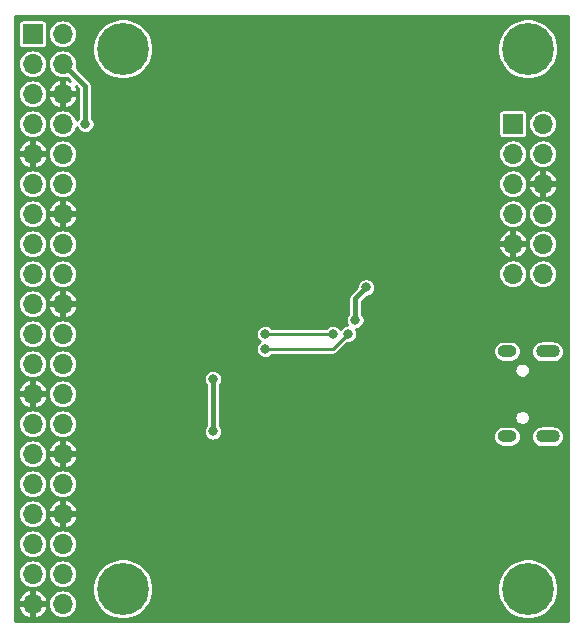
<source format=gbr>
G04 #@! TF.GenerationSoftware,KiCad,Pcbnew,(5.1.4)-1*
G04 #@! TF.CreationDate,2019-10-16T18:51:52+02:00*
G04 #@! TF.ProjectId,HB-RF-USB,48422d52-462d-4555-9342-2e6b69636164,rev?*
G04 #@! TF.SameCoordinates,Original*
G04 #@! TF.FileFunction,Copper,L2,Bot*
G04 #@! TF.FilePolarity,Positive*
%FSLAX46Y46*%
G04 Gerber Fmt 4.6, Leading zero omitted, Abs format (unit mm)*
G04 Created by KiCad (PCBNEW (5.1.4)-1) date 2019-10-16 18:51:52*
%MOMM*%
%LPD*%
G04 APERTURE LIST*
%ADD10R,1.700000X1.700000*%
%ADD11O,1.700000X1.700000*%
%ADD12C,0.700000*%
%ADD13C,4.400000*%
%ADD14O,2.000000X1.090000*%
%ADD15O,1.600000X1.050000*%
%ADD16C,0.800000*%
%ADD17C,0.400000*%
%ADD18C,0.250000*%
%ADD19C,0.254000*%
G04 APERTURE END LIST*
D10*
X33000000Y-52705000D03*
D11*
X35540000Y-52705000D03*
X33000000Y-55245000D03*
X35540000Y-55245000D03*
X33000000Y-57785000D03*
X35540000Y-57785000D03*
X33000000Y-60325000D03*
X35540000Y-60325000D03*
X33000000Y-62865000D03*
X35540000Y-62865000D03*
X33000000Y-65405000D03*
X35540000Y-65405000D03*
X33000000Y-67945000D03*
X35540000Y-67945000D03*
X33000000Y-70485000D03*
X35540000Y-70485000D03*
X33000000Y-73025000D03*
X35540000Y-73025000D03*
X33000000Y-75565000D03*
X35540000Y-75565000D03*
X33000000Y-78105000D03*
X35540000Y-78105000D03*
X33000000Y-80645000D03*
X35540000Y-80645000D03*
X33000000Y-83185000D03*
X35540000Y-83185000D03*
X33000000Y-85725000D03*
X35540000Y-85725000D03*
X33000000Y-88265000D03*
X35540000Y-88265000D03*
X33000000Y-90805000D03*
X35540000Y-90805000D03*
X33000000Y-93345000D03*
X35540000Y-93345000D03*
X33000000Y-95885000D03*
X35540000Y-95885000D03*
X33000000Y-98425000D03*
X35540000Y-98425000D03*
X33000000Y-100965000D03*
X35540000Y-100965000D03*
D12*
X76096726Y-52808274D03*
X74930000Y-52325000D03*
X73763274Y-52808274D03*
X73280000Y-53975000D03*
X73763274Y-55141726D03*
X74930000Y-55625000D03*
X76096726Y-55141726D03*
X76580000Y-53975000D03*
D13*
X74930000Y-53975000D03*
X40640000Y-53975000D03*
D12*
X42290000Y-53975000D03*
X41806726Y-55141726D03*
X40640000Y-55625000D03*
X39473274Y-55141726D03*
X38990000Y-53975000D03*
X39473274Y-52808274D03*
X40640000Y-52325000D03*
X41806726Y-52808274D03*
X41806726Y-98528274D03*
X40640000Y-98045000D03*
X39473274Y-98528274D03*
X38990000Y-99695000D03*
X39473274Y-100861726D03*
X40640000Y-101345000D03*
X41806726Y-100861726D03*
X42290000Y-99695000D03*
D13*
X40640000Y-99695000D03*
X74930000Y-99695000D03*
D12*
X76580000Y-99695000D03*
X76096726Y-100861726D03*
X74930000Y-101345000D03*
X73763274Y-100861726D03*
X73280000Y-99695000D03*
X73763274Y-98528274D03*
X74930000Y-98045000D03*
X76096726Y-98528274D03*
D14*
X76608000Y-79585000D03*
X76608000Y-86785000D03*
D15*
X73158000Y-86785000D03*
X73158000Y-79585000D03*
D10*
X73660000Y-60325000D03*
D11*
X76200000Y-60325000D03*
X73660000Y-62865000D03*
X76200000Y-62865000D03*
X73660000Y-65405000D03*
X76200000Y-65405000D03*
X73660000Y-67945000D03*
X76200000Y-67945000D03*
X73660000Y-70485000D03*
X76200000Y-70485000D03*
X73660000Y-73025000D03*
X76200000Y-73025000D03*
D16*
X48260000Y-81915000D03*
X48260000Y-86360000D03*
X70485000Y-89535000D03*
X74295000Y-92075000D03*
X74930000Y-82550000D03*
X61595000Y-85725000D03*
X61595000Y-83185000D03*
X55245000Y-84455000D03*
X41275000Y-78740000D03*
X46990000Y-64135000D03*
X58420000Y-74295000D03*
X60960000Y-78105000D03*
X60325000Y-76940000D03*
X61232653Y-74177347D03*
X37465000Y-60325000D03*
X52705000Y-79375000D03*
X59690000Y-78105000D03*
X58420000Y-78105000D03*
X52705000Y-78105000D03*
D17*
X48260000Y-86360000D02*
X48260000Y-81915000D01*
X60325000Y-75085000D02*
X61232653Y-74177347D01*
X60325000Y-76940000D02*
X60325000Y-75085000D01*
X35560000Y-55245000D02*
X35540000Y-55245000D01*
X37465000Y-57150000D02*
X35560000Y-55245000D01*
X37465000Y-57785000D02*
X37465000Y-57150000D01*
X37465000Y-60325000D02*
X37465000Y-57785000D01*
D18*
X52705000Y-79375000D02*
X58420000Y-79375000D01*
X58420000Y-79375000D02*
X59690000Y-78105000D01*
X52705000Y-78105000D02*
X58420000Y-78105000D01*
D19*
G36*
X78309000Y-102439000D02*
G01*
X31546000Y-102439000D01*
X31546000Y-101289213D01*
X31764842Y-101289213D01*
X31792875Y-101381646D01*
X31897353Y-101609139D01*
X32044205Y-101811878D01*
X32227788Y-101982072D01*
X32441047Y-102113180D01*
X32675786Y-102200164D01*
X32873000Y-102128925D01*
X32873000Y-101092000D01*
X33127000Y-101092000D01*
X33127000Y-102128925D01*
X33324214Y-102200164D01*
X33558953Y-102113180D01*
X33772212Y-101982072D01*
X33955795Y-101811878D01*
X34102647Y-101609139D01*
X34207125Y-101381646D01*
X34235158Y-101289213D01*
X34163338Y-101092000D01*
X33127000Y-101092000D01*
X32873000Y-101092000D01*
X31836662Y-101092000D01*
X31764842Y-101289213D01*
X31546000Y-101289213D01*
X31546000Y-100965000D01*
X34303044Y-100965000D01*
X34326812Y-101206318D01*
X34397202Y-101438363D01*
X34511509Y-101652216D01*
X34665340Y-101839660D01*
X34852784Y-101993491D01*
X35066637Y-102107798D01*
X35298682Y-102178188D01*
X35479528Y-102196000D01*
X35600472Y-102196000D01*
X35781318Y-102178188D01*
X36013363Y-102107798D01*
X36227216Y-101993491D01*
X36414660Y-101839660D01*
X36568491Y-101652216D01*
X36682798Y-101438363D01*
X36753188Y-101206318D01*
X36776956Y-100965000D01*
X36753188Y-100723682D01*
X36682798Y-100491637D01*
X36568491Y-100277784D01*
X36414660Y-100090340D01*
X36227216Y-99936509D01*
X36013363Y-99822202D01*
X35781318Y-99751812D01*
X35600472Y-99734000D01*
X35479528Y-99734000D01*
X35298682Y-99751812D01*
X35066637Y-99822202D01*
X34852784Y-99936509D01*
X34665340Y-100090340D01*
X34511509Y-100277784D01*
X34397202Y-100491637D01*
X34326812Y-100723682D01*
X34303044Y-100965000D01*
X31546000Y-100965000D01*
X31546000Y-100640787D01*
X31764842Y-100640787D01*
X31836662Y-100838000D01*
X32873000Y-100838000D01*
X32873000Y-99801075D01*
X33127000Y-99801075D01*
X33127000Y-100838000D01*
X34163338Y-100838000D01*
X34235158Y-100640787D01*
X34207125Y-100548354D01*
X34102647Y-100320861D01*
X33955795Y-100118122D01*
X33772212Y-99947928D01*
X33558953Y-99816820D01*
X33324214Y-99729836D01*
X33127000Y-99801075D01*
X32873000Y-99801075D01*
X32675786Y-99729836D01*
X32441047Y-99816820D01*
X32227788Y-99947928D01*
X32044205Y-100118122D01*
X31897353Y-100320861D01*
X31792875Y-100548354D01*
X31764842Y-100640787D01*
X31546000Y-100640787D01*
X31546000Y-98425000D01*
X31763044Y-98425000D01*
X31786812Y-98666318D01*
X31857202Y-98898363D01*
X31971509Y-99112216D01*
X32125340Y-99299660D01*
X32312784Y-99453491D01*
X32526637Y-99567798D01*
X32758682Y-99638188D01*
X32939528Y-99656000D01*
X33060472Y-99656000D01*
X33241318Y-99638188D01*
X33473363Y-99567798D01*
X33687216Y-99453491D01*
X33874660Y-99299660D01*
X34028491Y-99112216D01*
X34142798Y-98898363D01*
X34213188Y-98666318D01*
X34236956Y-98425000D01*
X34303044Y-98425000D01*
X34326812Y-98666318D01*
X34397202Y-98898363D01*
X34511509Y-99112216D01*
X34665340Y-99299660D01*
X34852784Y-99453491D01*
X35066637Y-99567798D01*
X35298682Y-99638188D01*
X35479528Y-99656000D01*
X35600472Y-99656000D01*
X35781318Y-99638188D01*
X36013363Y-99567798D01*
X36227216Y-99453491D01*
X36242687Y-99440794D01*
X38059000Y-99440794D01*
X38059000Y-99949206D01*
X38158187Y-100447850D01*
X38352748Y-100917562D01*
X38635207Y-101340291D01*
X38994709Y-101699793D01*
X39417438Y-101982252D01*
X39887150Y-102176813D01*
X40385794Y-102276000D01*
X40894206Y-102276000D01*
X41392850Y-102176813D01*
X41862562Y-101982252D01*
X42285291Y-101699793D01*
X42644793Y-101340291D01*
X42927252Y-100917562D01*
X43121813Y-100447850D01*
X43221000Y-99949206D01*
X43221000Y-99440794D01*
X72349000Y-99440794D01*
X72349000Y-99949206D01*
X72448187Y-100447850D01*
X72642748Y-100917562D01*
X72925207Y-101340291D01*
X73284709Y-101699793D01*
X73707438Y-101982252D01*
X74177150Y-102176813D01*
X74675794Y-102276000D01*
X75184206Y-102276000D01*
X75682850Y-102176813D01*
X76152562Y-101982252D01*
X76575291Y-101699793D01*
X76934793Y-101340291D01*
X77217252Y-100917562D01*
X77411813Y-100447850D01*
X77511000Y-99949206D01*
X77511000Y-99440794D01*
X77411813Y-98942150D01*
X77217252Y-98472438D01*
X76934793Y-98049709D01*
X76575291Y-97690207D01*
X76152562Y-97407748D01*
X75682850Y-97213187D01*
X75184206Y-97114000D01*
X74675794Y-97114000D01*
X74177150Y-97213187D01*
X73707438Y-97407748D01*
X73284709Y-97690207D01*
X72925207Y-98049709D01*
X72642748Y-98472438D01*
X72448187Y-98942150D01*
X72349000Y-99440794D01*
X43221000Y-99440794D01*
X43121813Y-98942150D01*
X42927252Y-98472438D01*
X42644793Y-98049709D01*
X42285291Y-97690207D01*
X41862562Y-97407748D01*
X41392850Y-97213187D01*
X40894206Y-97114000D01*
X40385794Y-97114000D01*
X39887150Y-97213187D01*
X39417438Y-97407748D01*
X38994709Y-97690207D01*
X38635207Y-98049709D01*
X38352748Y-98472438D01*
X38158187Y-98942150D01*
X38059000Y-99440794D01*
X36242687Y-99440794D01*
X36414660Y-99299660D01*
X36568491Y-99112216D01*
X36682798Y-98898363D01*
X36753188Y-98666318D01*
X36776956Y-98425000D01*
X36753188Y-98183682D01*
X36682798Y-97951637D01*
X36568491Y-97737784D01*
X36414660Y-97550340D01*
X36227216Y-97396509D01*
X36013363Y-97282202D01*
X35781318Y-97211812D01*
X35600472Y-97194000D01*
X35479528Y-97194000D01*
X35298682Y-97211812D01*
X35066637Y-97282202D01*
X34852784Y-97396509D01*
X34665340Y-97550340D01*
X34511509Y-97737784D01*
X34397202Y-97951637D01*
X34326812Y-98183682D01*
X34303044Y-98425000D01*
X34236956Y-98425000D01*
X34213188Y-98183682D01*
X34142798Y-97951637D01*
X34028491Y-97737784D01*
X33874660Y-97550340D01*
X33687216Y-97396509D01*
X33473363Y-97282202D01*
X33241318Y-97211812D01*
X33060472Y-97194000D01*
X32939528Y-97194000D01*
X32758682Y-97211812D01*
X32526637Y-97282202D01*
X32312784Y-97396509D01*
X32125340Y-97550340D01*
X31971509Y-97737784D01*
X31857202Y-97951637D01*
X31786812Y-98183682D01*
X31763044Y-98425000D01*
X31546000Y-98425000D01*
X31546000Y-95885000D01*
X31763044Y-95885000D01*
X31786812Y-96126318D01*
X31857202Y-96358363D01*
X31971509Y-96572216D01*
X32125340Y-96759660D01*
X32312784Y-96913491D01*
X32526637Y-97027798D01*
X32758682Y-97098188D01*
X32939528Y-97116000D01*
X33060472Y-97116000D01*
X33241318Y-97098188D01*
X33473363Y-97027798D01*
X33687216Y-96913491D01*
X33874660Y-96759660D01*
X34028491Y-96572216D01*
X34142798Y-96358363D01*
X34213188Y-96126318D01*
X34236956Y-95885000D01*
X34303044Y-95885000D01*
X34326812Y-96126318D01*
X34397202Y-96358363D01*
X34511509Y-96572216D01*
X34665340Y-96759660D01*
X34852784Y-96913491D01*
X35066637Y-97027798D01*
X35298682Y-97098188D01*
X35479528Y-97116000D01*
X35600472Y-97116000D01*
X35781318Y-97098188D01*
X36013363Y-97027798D01*
X36227216Y-96913491D01*
X36414660Y-96759660D01*
X36568491Y-96572216D01*
X36682798Y-96358363D01*
X36753188Y-96126318D01*
X36776956Y-95885000D01*
X36753188Y-95643682D01*
X36682798Y-95411637D01*
X36568491Y-95197784D01*
X36414660Y-95010340D01*
X36227216Y-94856509D01*
X36013363Y-94742202D01*
X35781318Y-94671812D01*
X35600472Y-94654000D01*
X35479528Y-94654000D01*
X35298682Y-94671812D01*
X35066637Y-94742202D01*
X34852784Y-94856509D01*
X34665340Y-95010340D01*
X34511509Y-95197784D01*
X34397202Y-95411637D01*
X34326812Y-95643682D01*
X34303044Y-95885000D01*
X34236956Y-95885000D01*
X34213188Y-95643682D01*
X34142798Y-95411637D01*
X34028491Y-95197784D01*
X33874660Y-95010340D01*
X33687216Y-94856509D01*
X33473363Y-94742202D01*
X33241318Y-94671812D01*
X33060472Y-94654000D01*
X32939528Y-94654000D01*
X32758682Y-94671812D01*
X32526637Y-94742202D01*
X32312784Y-94856509D01*
X32125340Y-95010340D01*
X31971509Y-95197784D01*
X31857202Y-95411637D01*
X31786812Y-95643682D01*
X31763044Y-95885000D01*
X31546000Y-95885000D01*
X31546000Y-93345000D01*
X31763044Y-93345000D01*
X31786812Y-93586318D01*
X31857202Y-93818363D01*
X31971509Y-94032216D01*
X32125340Y-94219660D01*
X32312784Y-94373491D01*
X32526637Y-94487798D01*
X32758682Y-94558188D01*
X32939528Y-94576000D01*
X33060472Y-94576000D01*
X33241318Y-94558188D01*
X33473363Y-94487798D01*
X33687216Y-94373491D01*
X33874660Y-94219660D01*
X34028491Y-94032216D01*
X34142798Y-93818363D01*
X34188042Y-93669213D01*
X34304842Y-93669213D01*
X34332875Y-93761646D01*
X34437353Y-93989139D01*
X34584205Y-94191878D01*
X34767788Y-94362072D01*
X34981047Y-94493180D01*
X35215786Y-94580164D01*
X35413000Y-94508925D01*
X35413000Y-93472000D01*
X35667000Y-93472000D01*
X35667000Y-94508925D01*
X35864214Y-94580164D01*
X36098953Y-94493180D01*
X36312212Y-94362072D01*
X36495795Y-94191878D01*
X36642647Y-93989139D01*
X36747125Y-93761646D01*
X36775158Y-93669213D01*
X36703338Y-93472000D01*
X35667000Y-93472000D01*
X35413000Y-93472000D01*
X34376662Y-93472000D01*
X34304842Y-93669213D01*
X34188042Y-93669213D01*
X34213188Y-93586318D01*
X34236956Y-93345000D01*
X34213188Y-93103682D01*
X34188043Y-93020787D01*
X34304842Y-93020787D01*
X34376662Y-93218000D01*
X35413000Y-93218000D01*
X35413000Y-92181075D01*
X35667000Y-92181075D01*
X35667000Y-93218000D01*
X36703338Y-93218000D01*
X36775158Y-93020787D01*
X36747125Y-92928354D01*
X36642647Y-92700861D01*
X36495795Y-92498122D01*
X36312212Y-92327928D01*
X36098953Y-92196820D01*
X35864214Y-92109836D01*
X35667000Y-92181075D01*
X35413000Y-92181075D01*
X35215786Y-92109836D01*
X34981047Y-92196820D01*
X34767788Y-92327928D01*
X34584205Y-92498122D01*
X34437353Y-92700861D01*
X34332875Y-92928354D01*
X34304842Y-93020787D01*
X34188043Y-93020787D01*
X34142798Y-92871637D01*
X34028491Y-92657784D01*
X33874660Y-92470340D01*
X33687216Y-92316509D01*
X33473363Y-92202202D01*
X33241318Y-92131812D01*
X33060472Y-92114000D01*
X32939528Y-92114000D01*
X32758682Y-92131812D01*
X32526637Y-92202202D01*
X32312784Y-92316509D01*
X32125340Y-92470340D01*
X31971509Y-92657784D01*
X31857202Y-92871637D01*
X31786812Y-93103682D01*
X31763044Y-93345000D01*
X31546000Y-93345000D01*
X31546000Y-90805000D01*
X31763044Y-90805000D01*
X31786812Y-91046318D01*
X31857202Y-91278363D01*
X31971509Y-91492216D01*
X32125340Y-91679660D01*
X32312784Y-91833491D01*
X32526637Y-91947798D01*
X32758682Y-92018188D01*
X32939528Y-92036000D01*
X33060472Y-92036000D01*
X33241318Y-92018188D01*
X33473363Y-91947798D01*
X33687216Y-91833491D01*
X33874660Y-91679660D01*
X34028491Y-91492216D01*
X34142798Y-91278363D01*
X34213188Y-91046318D01*
X34236956Y-90805000D01*
X34303044Y-90805000D01*
X34326812Y-91046318D01*
X34397202Y-91278363D01*
X34511509Y-91492216D01*
X34665340Y-91679660D01*
X34852784Y-91833491D01*
X35066637Y-91947798D01*
X35298682Y-92018188D01*
X35479528Y-92036000D01*
X35600472Y-92036000D01*
X35781318Y-92018188D01*
X36013363Y-91947798D01*
X36227216Y-91833491D01*
X36414660Y-91679660D01*
X36568491Y-91492216D01*
X36682798Y-91278363D01*
X36753188Y-91046318D01*
X36776956Y-90805000D01*
X36753188Y-90563682D01*
X36682798Y-90331637D01*
X36568491Y-90117784D01*
X36414660Y-89930340D01*
X36227216Y-89776509D01*
X36013363Y-89662202D01*
X35781318Y-89591812D01*
X35600472Y-89574000D01*
X35479528Y-89574000D01*
X35298682Y-89591812D01*
X35066637Y-89662202D01*
X34852784Y-89776509D01*
X34665340Y-89930340D01*
X34511509Y-90117784D01*
X34397202Y-90331637D01*
X34326812Y-90563682D01*
X34303044Y-90805000D01*
X34236956Y-90805000D01*
X34213188Y-90563682D01*
X34142798Y-90331637D01*
X34028491Y-90117784D01*
X33874660Y-89930340D01*
X33687216Y-89776509D01*
X33473363Y-89662202D01*
X33241318Y-89591812D01*
X33060472Y-89574000D01*
X32939528Y-89574000D01*
X32758682Y-89591812D01*
X32526637Y-89662202D01*
X32312784Y-89776509D01*
X32125340Y-89930340D01*
X31971509Y-90117784D01*
X31857202Y-90331637D01*
X31786812Y-90563682D01*
X31763044Y-90805000D01*
X31546000Y-90805000D01*
X31546000Y-88265000D01*
X31763044Y-88265000D01*
X31786812Y-88506318D01*
X31857202Y-88738363D01*
X31971509Y-88952216D01*
X32125340Y-89139660D01*
X32312784Y-89293491D01*
X32526637Y-89407798D01*
X32758682Y-89478188D01*
X32939528Y-89496000D01*
X33060472Y-89496000D01*
X33241318Y-89478188D01*
X33473363Y-89407798D01*
X33687216Y-89293491D01*
X33874660Y-89139660D01*
X34028491Y-88952216D01*
X34142798Y-88738363D01*
X34188042Y-88589213D01*
X34304842Y-88589213D01*
X34332875Y-88681646D01*
X34437353Y-88909139D01*
X34584205Y-89111878D01*
X34767788Y-89282072D01*
X34981047Y-89413180D01*
X35215786Y-89500164D01*
X35413000Y-89428925D01*
X35413000Y-88392000D01*
X35667000Y-88392000D01*
X35667000Y-89428925D01*
X35864214Y-89500164D01*
X36098953Y-89413180D01*
X36312212Y-89282072D01*
X36495795Y-89111878D01*
X36642647Y-88909139D01*
X36747125Y-88681646D01*
X36775158Y-88589213D01*
X36703338Y-88392000D01*
X35667000Y-88392000D01*
X35413000Y-88392000D01*
X34376662Y-88392000D01*
X34304842Y-88589213D01*
X34188042Y-88589213D01*
X34213188Y-88506318D01*
X34236956Y-88265000D01*
X34213188Y-88023682D01*
X34188043Y-87940787D01*
X34304842Y-87940787D01*
X34376662Y-88138000D01*
X35413000Y-88138000D01*
X35413000Y-87101075D01*
X35667000Y-87101075D01*
X35667000Y-88138000D01*
X36703338Y-88138000D01*
X36775158Y-87940787D01*
X36747125Y-87848354D01*
X36642647Y-87620861D01*
X36495795Y-87418122D01*
X36312212Y-87247928D01*
X36098953Y-87116820D01*
X35864214Y-87029836D01*
X35667000Y-87101075D01*
X35413000Y-87101075D01*
X35215786Y-87029836D01*
X34981047Y-87116820D01*
X34767788Y-87247928D01*
X34584205Y-87418122D01*
X34437353Y-87620861D01*
X34332875Y-87848354D01*
X34304842Y-87940787D01*
X34188043Y-87940787D01*
X34142798Y-87791637D01*
X34028491Y-87577784D01*
X33874660Y-87390340D01*
X33687216Y-87236509D01*
X33473363Y-87122202D01*
X33241318Y-87051812D01*
X33060472Y-87034000D01*
X32939528Y-87034000D01*
X32758682Y-87051812D01*
X32526637Y-87122202D01*
X32312784Y-87236509D01*
X32125340Y-87390340D01*
X31971509Y-87577784D01*
X31857202Y-87791637D01*
X31786812Y-88023682D01*
X31763044Y-88265000D01*
X31546000Y-88265000D01*
X31546000Y-85725000D01*
X31763044Y-85725000D01*
X31786812Y-85966318D01*
X31857202Y-86198363D01*
X31971509Y-86412216D01*
X32125340Y-86599660D01*
X32312784Y-86753491D01*
X32526637Y-86867798D01*
X32758682Y-86938188D01*
X32939528Y-86956000D01*
X33060472Y-86956000D01*
X33241318Y-86938188D01*
X33473363Y-86867798D01*
X33687216Y-86753491D01*
X33874660Y-86599660D01*
X34028491Y-86412216D01*
X34142798Y-86198363D01*
X34213188Y-85966318D01*
X34236956Y-85725000D01*
X34303044Y-85725000D01*
X34326812Y-85966318D01*
X34397202Y-86198363D01*
X34511509Y-86412216D01*
X34665340Y-86599660D01*
X34852784Y-86753491D01*
X35066637Y-86867798D01*
X35298682Y-86938188D01*
X35479528Y-86956000D01*
X35600472Y-86956000D01*
X35781318Y-86938188D01*
X36013363Y-86867798D01*
X36227216Y-86753491D01*
X36414660Y-86599660D01*
X36568491Y-86412216D01*
X36682798Y-86198363D01*
X36753188Y-85966318D01*
X36776956Y-85725000D01*
X36753188Y-85483682D01*
X36682798Y-85251637D01*
X36568491Y-85037784D01*
X36414660Y-84850340D01*
X36227216Y-84696509D01*
X36013363Y-84582202D01*
X35781318Y-84511812D01*
X35600472Y-84494000D01*
X35479528Y-84494000D01*
X35298682Y-84511812D01*
X35066637Y-84582202D01*
X34852784Y-84696509D01*
X34665340Y-84850340D01*
X34511509Y-85037784D01*
X34397202Y-85251637D01*
X34326812Y-85483682D01*
X34303044Y-85725000D01*
X34236956Y-85725000D01*
X34213188Y-85483682D01*
X34142798Y-85251637D01*
X34028491Y-85037784D01*
X33874660Y-84850340D01*
X33687216Y-84696509D01*
X33473363Y-84582202D01*
X33241318Y-84511812D01*
X33060472Y-84494000D01*
X32939528Y-84494000D01*
X32758682Y-84511812D01*
X32526637Y-84582202D01*
X32312784Y-84696509D01*
X32125340Y-84850340D01*
X31971509Y-85037784D01*
X31857202Y-85251637D01*
X31786812Y-85483682D01*
X31763044Y-85725000D01*
X31546000Y-85725000D01*
X31546000Y-83509213D01*
X31764842Y-83509213D01*
X31792875Y-83601646D01*
X31897353Y-83829139D01*
X32044205Y-84031878D01*
X32227788Y-84202072D01*
X32441047Y-84333180D01*
X32675786Y-84420164D01*
X32873000Y-84348925D01*
X32873000Y-83312000D01*
X33127000Y-83312000D01*
X33127000Y-84348925D01*
X33324214Y-84420164D01*
X33558953Y-84333180D01*
X33772212Y-84202072D01*
X33955795Y-84031878D01*
X34102647Y-83829139D01*
X34207125Y-83601646D01*
X34235158Y-83509213D01*
X34163338Y-83312000D01*
X33127000Y-83312000D01*
X32873000Y-83312000D01*
X31836662Y-83312000D01*
X31764842Y-83509213D01*
X31546000Y-83509213D01*
X31546000Y-83185000D01*
X34303044Y-83185000D01*
X34326812Y-83426318D01*
X34397202Y-83658363D01*
X34511509Y-83872216D01*
X34665340Y-84059660D01*
X34852784Y-84213491D01*
X35066637Y-84327798D01*
X35298682Y-84398188D01*
X35479528Y-84416000D01*
X35600472Y-84416000D01*
X35781318Y-84398188D01*
X36013363Y-84327798D01*
X36227216Y-84213491D01*
X36414660Y-84059660D01*
X36568491Y-83872216D01*
X36682798Y-83658363D01*
X36753188Y-83426318D01*
X36776956Y-83185000D01*
X36753188Y-82943682D01*
X36682798Y-82711637D01*
X36568491Y-82497784D01*
X36414660Y-82310340D01*
X36227216Y-82156509D01*
X36013363Y-82042202D01*
X35781318Y-81971812D01*
X35600472Y-81954000D01*
X35479528Y-81954000D01*
X35298682Y-81971812D01*
X35066637Y-82042202D01*
X34852784Y-82156509D01*
X34665340Y-82310340D01*
X34511509Y-82497784D01*
X34397202Y-82711637D01*
X34326812Y-82943682D01*
X34303044Y-83185000D01*
X31546000Y-83185000D01*
X31546000Y-82860787D01*
X31764842Y-82860787D01*
X31836662Y-83058000D01*
X32873000Y-83058000D01*
X32873000Y-82021075D01*
X33127000Y-82021075D01*
X33127000Y-83058000D01*
X34163338Y-83058000D01*
X34235158Y-82860787D01*
X34207125Y-82768354D01*
X34102647Y-82540861D01*
X33955795Y-82338122D01*
X33772212Y-82167928D01*
X33558953Y-82036820D01*
X33324214Y-81949836D01*
X33127000Y-82021075D01*
X32873000Y-82021075D01*
X32675786Y-81949836D01*
X32441047Y-82036820D01*
X32227788Y-82167928D01*
X32044205Y-82338122D01*
X31897353Y-82540861D01*
X31792875Y-82768354D01*
X31764842Y-82860787D01*
X31546000Y-82860787D01*
X31546000Y-80645000D01*
X31763044Y-80645000D01*
X31786812Y-80886318D01*
X31857202Y-81118363D01*
X31971509Y-81332216D01*
X32125340Y-81519660D01*
X32312784Y-81673491D01*
X32526637Y-81787798D01*
X32758682Y-81858188D01*
X32939528Y-81876000D01*
X33060472Y-81876000D01*
X33241318Y-81858188D01*
X33473363Y-81787798D01*
X33687216Y-81673491D01*
X33874660Y-81519660D01*
X34028491Y-81332216D01*
X34142798Y-81118363D01*
X34213188Y-80886318D01*
X34236956Y-80645000D01*
X34303044Y-80645000D01*
X34326812Y-80886318D01*
X34397202Y-81118363D01*
X34511509Y-81332216D01*
X34665340Y-81519660D01*
X34852784Y-81673491D01*
X35066637Y-81787798D01*
X35298682Y-81858188D01*
X35479528Y-81876000D01*
X35600472Y-81876000D01*
X35781318Y-81858188D01*
X35847611Y-81838078D01*
X47479000Y-81838078D01*
X47479000Y-81991922D01*
X47509013Y-82142809D01*
X47567887Y-82284942D01*
X47653358Y-82412859D01*
X47679001Y-82438502D01*
X47679000Y-85836499D01*
X47653358Y-85862141D01*
X47567887Y-85990058D01*
X47509013Y-86132191D01*
X47479000Y-86283078D01*
X47479000Y-86436922D01*
X47509013Y-86587809D01*
X47567887Y-86729942D01*
X47653358Y-86857859D01*
X47762141Y-86966642D01*
X47890058Y-87052113D01*
X48032191Y-87110987D01*
X48183078Y-87141000D01*
X48336922Y-87141000D01*
X48487809Y-87110987D01*
X48629942Y-87052113D01*
X48757859Y-86966642D01*
X48866642Y-86857859D01*
X48915324Y-86785000D01*
X71972617Y-86785000D01*
X71990110Y-86962607D01*
X72041916Y-87133388D01*
X72126044Y-87290782D01*
X72239262Y-87428738D01*
X72377218Y-87541956D01*
X72534612Y-87626084D01*
X72705393Y-87677890D01*
X72838499Y-87691000D01*
X73477501Y-87691000D01*
X73610607Y-87677890D01*
X73781388Y-87626084D01*
X73938782Y-87541956D01*
X74076738Y-87428738D01*
X74189956Y-87290782D01*
X74274084Y-87133388D01*
X74325890Y-86962607D01*
X74343383Y-86785000D01*
X75222520Y-86785000D01*
X75240399Y-86966528D01*
X75293349Y-87141079D01*
X75379334Y-87301947D01*
X75495051Y-87442949D01*
X75636053Y-87558666D01*
X75796921Y-87644651D01*
X75971472Y-87697601D01*
X76107514Y-87711000D01*
X77108486Y-87711000D01*
X77244528Y-87697601D01*
X77419079Y-87644651D01*
X77579947Y-87558666D01*
X77720949Y-87442949D01*
X77836666Y-87301947D01*
X77922651Y-87141079D01*
X77975601Y-86966528D01*
X77993480Y-86785000D01*
X77975601Y-86603472D01*
X77922651Y-86428921D01*
X77836666Y-86268053D01*
X77720949Y-86127051D01*
X77579947Y-86011334D01*
X77419079Y-85925349D01*
X77244528Y-85872399D01*
X77108486Y-85859000D01*
X76107514Y-85859000D01*
X75971472Y-85872399D01*
X75796921Y-85925349D01*
X75636053Y-86011334D01*
X75495051Y-86127051D01*
X75379334Y-86268053D01*
X75293349Y-86428921D01*
X75240399Y-86603472D01*
X75222520Y-86785000D01*
X74343383Y-86785000D01*
X74325890Y-86607393D01*
X74274084Y-86436612D01*
X74189956Y-86279218D01*
X74076738Y-86141262D01*
X73938782Y-86028044D01*
X73781388Y-85943916D01*
X73610607Y-85892110D01*
X73477501Y-85879000D01*
X72838499Y-85879000D01*
X72705393Y-85892110D01*
X72534612Y-85943916D01*
X72377218Y-86028044D01*
X72239262Y-86141262D01*
X72126044Y-86279218D01*
X72041916Y-86436612D01*
X71990110Y-86607393D01*
X71972617Y-86785000D01*
X48915324Y-86785000D01*
X48952113Y-86729942D01*
X49010987Y-86587809D01*
X49041000Y-86436922D01*
X49041000Y-86283078D01*
X49010987Y-86132191D01*
X48952113Y-85990058D01*
X48866642Y-85862141D01*
X48841000Y-85836499D01*
X48841000Y-85120390D01*
X73802000Y-85120390D01*
X73802000Y-85249610D01*
X73827210Y-85376348D01*
X73876660Y-85495732D01*
X73948452Y-85603176D01*
X74039824Y-85694548D01*
X74147268Y-85766340D01*
X74266652Y-85815790D01*
X74393390Y-85841000D01*
X74522610Y-85841000D01*
X74649348Y-85815790D01*
X74768732Y-85766340D01*
X74876176Y-85694548D01*
X74967548Y-85603176D01*
X75039340Y-85495732D01*
X75088790Y-85376348D01*
X75114000Y-85249610D01*
X75114000Y-85120390D01*
X75088790Y-84993652D01*
X75039340Y-84874268D01*
X74967548Y-84766824D01*
X74876176Y-84675452D01*
X74768732Y-84603660D01*
X74649348Y-84554210D01*
X74522610Y-84529000D01*
X74393390Y-84529000D01*
X74266652Y-84554210D01*
X74147268Y-84603660D01*
X74039824Y-84675452D01*
X73948452Y-84766824D01*
X73876660Y-84874268D01*
X73827210Y-84993652D01*
X73802000Y-85120390D01*
X48841000Y-85120390D01*
X48841000Y-82438501D01*
X48866642Y-82412859D01*
X48952113Y-82284942D01*
X49010987Y-82142809D01*
X49041000Y-81991922D01*
X49041000Y-81838078D01*
X49010987Y-81687191D01*
X48952113Y-81545058D01*
X48866642Y-81417141D01*
X48757859Y-81308358D01*
X48629942Y-81222887D01*
X48487809Y-81164013D01*
X48336922Y-81134000D01*
X48183078Y-81134000D01*
X48032191Y-81164013D01*
X47890058Y-81222887D01*
X47762141Y-81308358D01*
X47653358Y-81417141D01*
X47567887Y-81545058D01*
X47509013Y-81687191D01*
X47479000Y-81838078D01*
X35847611Y-81838078D01*
X36013363Y-81787798D01*
X36227216Y-81673491D01*
X36414660Y-81519660D01*
X36568491Y-81332216D01*
X36681714Y-81120390D01*
X73802000Y-81120390D01*
X73802000Y-81249610D01*
X73827210Y-81376348D01*
X73876660Y-81495732D01*
X73948452Y-81603176D01*
X74039824Y-81694548D01*
X74147268Y-81766340D01*
X74266652Y-81815790D01*
X74393390Y-81841000D01*
X74522610Y-81841000D01*
X74649348Y-81815790D01*
X74768732Y-81766340D01*
X74876176Y-81694548D01*
X74967548Y-81603176D01*
X75039340Y-81495732D01*
X75088790Y-81376348D01*
X75114000Y-81249610D01*
X75114000Y-81120390D01*
X75088790Y-80993652D01*
X75039340Y-80874268D01*
X74967548Y-80766824D01*
X74876176Y-80675452D01*
X74768732Y-80603660D01*
X74649348Y-80554210D01*
X74522610Y-80529000D01*
X74393390Y-80529000D01*
X74266652Y-80554210D01*
X74147268Y-80603660D01*
X74039824Y-80675452D01*
X73948452Y-80766824D01*
X73876660Y-80874268D01*
X73827210Y-80993652D01*
X73802000Y-81120390D01*
X36681714Y-81120390D01*
X36682798Y-81118363D01*
X36753188Y-80886318D01*
X36776956Y-80645000D01*
X36753188Y-80403682D01*
X36682798Y-80171637D01*
X36568491Y-79957784D01*
X36414660Y-79770340D01*
X36227216Y-79616509D01*
X36013363Y-79502202D01*
X35781318Y-79431812D01*
X35600472Y-79414000D01*
X35479528Y-79414000D01*
X35298682Y-79431812D01*
X35066637Y-79502202D01*
X34852784Y-79616509D01*
X34665340Y-79770340D01*
X34511509Y-79957784D01*
X34397202Y-80171637D01*
X34326812Y-80403682D01*
X34303044Y-80645000D01*
X34236956Y-80645000D01*
X34213188Y-80403682D01*
X34142798Y-80171637D01*
X34028491Y-79957784D01*
X33874660Y-79770340D01*
X33687216Y-79616509D01*
X33473363Y-79502202D01*
X33241318Y-79431812D01*
X33060472Y-79414000D01*
X32939528Y-79414000D01*
X32758682Y-79431812D01*
X32526637Y-79502202D01*
X32312784Y-79616509D01*
X32125340Y-79770340D01*
X31971509Y-79957784D01*
X31857202Y-80171637D01*
X31786812Y-80403682D01*
X31763044Y-80645000D01*
X31546000Y-80645000D01*
X31546000Y-78105000D01*
X31763044Y-78105000D01*
X31786812Y-78346318D01*
X31857202Y-78578363D01*
X31971509Y-78792216D01*
X32125340Y-78979660D01*
X32312784Y-79133491D01*
X32526637Y-79247798D01*
X32758682Y-79318188D01*
X32939528Y-79336000D01*
X33060472Y-79336000D01*
X33241318Y-79318188D01*
X33473363Y-79247798D01*
X33687216Y-79133491D01*
X33874660Y-78979660D01*
X34028491Y-78792216D01*
X34142798Y-78578363D01*
X34213188Y-78346318D01*
X34236956Y-78105000D01*
X34303044Y-78105000D01*
X34326812Y-78346318D01*
X34397202Y-78578363D01*
X34511509Y-78792216D01*
X34665340Y-78979660D01*
X34852784Y-79133491D01*
X35066637Y-79247798D01*
X35298682Y-79318188D01*
X35479528Y-79336000D01*
X35600472Y-79336000D01*
X35781318Y-79318188D01*
X36013363Y-79247798D01*
X36227216Y-79133491D01*
X36414660Y-78979660D01*
X36568491Y-78792216D01*
X36682798Y-78578363D01*
X36753188Y-78346318D01*
X36776956Y-78105000D01*
X36769380Y-78028078D01*
X51924000Y-78028078D01*
X51924000Y-78181922D01*
X51954013Y-78332809D01*
X52012887Y-78474942D01*
X52098358Y-78602859D01*
X52207141Y-78711642D01*
X52249582Y-78740000D01*
X52207141Y-78768358D01*
X52098358Y-78877141D01*
X52012887Y-79005058D01*
X51954013Y-79147191D01*
X51924000Y-79298078D01*
X51924000Y-79451922D01*
X51954013Y-79602809D01*
X52012887Y-79744942D01*
X52098358Y-79872859D01*
X52207141Y-79981642D01*
X52335058Y-80067113D01*
X52477191Y-80125987D01*
X52628078Y-80156000D01*
X52781922Y-80156000D01*
X52932809Y-80125987D01*
X53074942Y-80067113D01*
X53202859Y-79981642D01*
X53303501Y-79881000D01*
X58395154Y-79881000D01*
X58420000Y-79883447D01*
X58444846Y-79881000D01*
X58444854Y-79881000D01*
X58519193Y-79873678D01*
X58614575Y-79844745D01*
X58702479Y-79797759D01*
X58779527Y-79734527D01*
X58795376Y-79715215D01*
X58925591Y-79585000D01*
X71972617Y-79585000D01*
X71990110Y-79762607D01*
X72041916Y-79933388D01*
X72126044Y-80090782D01*
X72239262Y-80228738D01*
X72377218Y-80341956D01*
X72534612Y-80426084D01*
X72705393Y-80477890D01*
X72838499Y-80491000D01*
X73477501Y-80491000D01*
X73610607Y-80477890D01*
X73781388Y-80426084D01*
X73938782Y-80341956D01*
X74076738Y-80228738D01*
X74189956Y-80090782D01*
X74274084Y-79933388D01*
X74325890Y-79762607D01*
X74343383Y-79585000D01*
X75222520Y-79585000D01*
X75240399Y-79766528D01*
X75293349Y-79941079D01*
X75379334Y-80101947D01*
X75495051Y-80242949D01*
X75636053Y-80358666D01*
X75796921Y-80444651D01*
X75971472Y-80497601D01*
X76107514Y-80511000D01*
X77108486Y-80511000D01*
X77244528Y-80497601D01*
X77419079Y-80444651D01*
X77579947Y-80358666D01*
X77720949Y-80242949D01*
X77836666Y-80101947D01*
X77922651Y-79941079D01*
X77975601Y-79766528D01*
X77993480Y-79585000D01*
X77975601Y-79403472D01*
X77922651Y-79228921D01*
X77836666Y-79068053D01*
X77720949Y-78927051D01*
X77579947Y-78811334D01*
X77419079Y-78725349D01*
X77244528Y-78672399D01*
X77108486Y-78659000D01*
X76107514Y-78659000D01*
X75971472Y-78672399D01*
X75796921Y-78725349D01*
X75636053Y-78811334D01*
X75495051Y-78927051D01*
X75379334Y-79068053D01*
X75293349Y-79228921D01*
X75240399Y-79403472D01*
X75222520Y-79585000D01*
X74343383Y-79585000D01*
X74325890Y-79407393D01*
X74274084Y-79236612D01*
X74189956Y-79079218D01*
X74076738Y-78941262D01*
X73938782Y-78828044D01*
X73781388Y-78743916D01*
X73610607Y-78692110D01*
X73477501Y-78679000D01*
X72838499Y-78679000D01*
X72705393Y-78692110D01*
X72534612Y-78743916D01*
X72377218Y-78828044D01*
X72239262Y-78941262D01*
X72126044Y-79079218D01*
X72041916Y-79236612D01*
X71990110Y-79407393D01*
X71972617Y-79585000D01*
X58925591Y-79585000D01*
X59624592Y-78886000D01*
X59766922Y-78886000D01*
X59917809Y-78855987D01*
X60059942Y-78797113D01*
X60187859Y-78711642D01*
X60296642Y-78602859D01*
X60382113Y-78474942D01*
X60440987Y-78332809D01*
X60471000Y-78181922D01*
X60471000Y-78028078D01*
X60440987Y-77877191D01*
X60382113Y-77735058D01*
X60372720Y-77721000D01*
X60401922Y-77721000D01*
X60552809Y-77690987D01*
X60694942Y-77632113D01*
X60822859Y-77546642D01*
X60931642Y-77437859D01*
X61017113Y-77309942D01*
X61075987Y-77167809D01*
X61106000Y-77016922D01*
X61106000Y-76863078D01*
X61075987Y-76712191D01*
X61017113Y-76570058D01*
X60931642Y-76442141D01*
X60906000Y-76416499D01*
X60906000Y-75325657D01*
X61273311Y-74958347D01*
X61309575Y-74958347D01*
X61460462Y-74928334D01*
X61602595Y-74869460D01*
X61730512Y-74783989D01*
X61839295Y-74675206D01*
X61924766Y-74547289D01*
X61983640Y-74405156D01*
X62013653Y-74254269D01*
X62013653Y-74100425D01*
X61983640Y-73949538D01*
X61924766Y-73807405D01*
X61839295Y-73679488D01*
X61730512Y-73570705D01*
X61602595Y-73485234D01*
X61460462Y-73426360D01*
X61309575Y-73396347D01*
X61155731Y-73396347D01*
X61004844Y-73426360D01*
X60862711Y-73485234D01*
X60734794Y-73570705D01*
X60626011Y-73679488D01*
X60540540Y-73807405D01*
X60481666Y-73949538D01*
X60451653Y-74100425D01*
X60451653Y-74136689D01*
X59934355Y-74653988D01*
X59912184Y-74672183D01*
X59893991Y-74694352D01*
X59839579Y-74760653D01*
X59785629Y-74861586D01*
X59752407Y-74971105D01*
X59741189Y-75085000D01*
X59744001Y-75113550D01*
X59744000Y-76416499D01*
X59718358Y-76442141D01*
X59632887Y-76570058D01*
X59574013Y-76712191D01*
X59544000Y-76863078D01*
X59544000Y-77016922D01*
X59574013Y-77167809D01*
X59632887Y-77309942D01*
X59642280Y-77324000D01*
X59613078Y-77324000D01*
X59462191Y-77354013D01*
X59320058Y-77412887D01*
X59192141Y-77498358D01*
X59083358Y-77607141D01*
X59055000Y-77649582D01*
X59026642Y-77607141D01*
X58917859Y-77498358D01*
X58789942Y-77412887D01*
X58647809Y-77354013D01*
X58496922Y-77324000D01*
X58343078Y-77324000D01*
X58192191Y-77354013D01*
X58050058Y-77412887D01*
X57922141Y-77498358D01*
X57821499Y-77599000D01*
X53303501Y-77599000D01*
X53202859Y-77498358D01*
X53074942Y-77412887D01*
X52932809Y-77354013D01*
X52781922Y-77324000D01*
X52628078Y-77324000D01*
X52477191Y-77354013D01*
X52335058Y-77412887D01*
X52207141Y-77498358D01*
X52098358Y-77607141D01*
X52012887Y-77735058D01*
X51954013Y-77877191D01*
X51924000Y-78028078D01*
X36769380Y-78028078D01*
X36753188Y-77863682D01*
X36682798Y-77631637D01*
X36568491Y-77417784D01*
X36414660Y-77230340D01*
X36227216Y-77076509D01*
X36013363Y-76962202D01*
X35781318Y-76891812D01*
X35600472Y-76874000D01*
X35479528Y-76874000D01*
X35298682Y-76891812D01*
X35066637Y-76962202D01*
X34852784Y-77076509D01*
X34665340Y-77230340D01*
X34511509Y-77417784D01*
X34397202Y-77631637D01*
X34326812Y-77863682D01*
X34303044Y-78105000D01*
X34236956Y-78105000D01*
X34213188Y-77863682D01*
X34142798Y-77631637D01*
X34028491Y-77417784D01*
X33874660Y-77230340D01*
X33687216Y-77076509D01*
X33473363Y-76962202D01*
X33241318Y-76891812D01*
X33060472Y-76874000D01*
X32939528Y-76874000D01*
X32758682Y-76891812D01*
X32526637Y-76962202D01*
X32312784Y-77076509D01*
X32125340Y-77230340D01*
X31971509Y-77417784D01*
X31857202Y-77631637D01*
X31786812Y-77863682D01*
X31763044Y-78105000D01*
X31546000Y-78105000D01*
X31546000Y-75565000D01*
X31763044Y-75565000D01*
X31786812Y-75806318D01*
X31857202Y-76038363D01*
X31971509Y-76252216D01*
X32125340Y-76439660D01*
X32312784Y-76593491D01*
X32526637Y-76707798D01*
X32758682Y-76778188D01*
X32939528Y-76796000D01*
X33060472Y-76796000D01*
X33241318Y-76778188D01*
X33473363Y-76707798D01*
X33687216Y-76593491D01*
X33874660Y-76439660D01*
X34028491Y-76252216D01*
X34142798Y-76038363D01*
X34188042Y-75889213D01*
X34304842Y-75889213D01*
X34332875Y-75981646D01*
X34437353Y-76209139D01*
X34584205Y-76411878D01*
X34767788Y-76582072D01*
X34981047Y-76713180D01*
X35215786Y-76800164D01*
X35413000Y-76728925D01*
X35413000Y-75692000D01*
X35667000Y-75692000D01*
X35667000Y-76728925D01*
X35864214Y-76800164D01*
X36098953Y-76713180D01*
X36312212Y-76582072D01*
X36495795Y-76411878D01*
X36642647Y-76209139D01*
X36747125Y-75981646D01*
X36775158Y-75889213D01*
X36703338Y-75692000D01*
X35667000Y-75692000D01*
X35413000Y-75692000D01*
X34376662Y-75692000D01*
X34304842Y-75889213D01*
X34188042Y-75889213D01*
X34213188Y-75806318D01*
X34236956Y-75565000D01*
X34213188Y-75323682D01*
X34188043Y-75240787D01*
X34304842Y-75240787D01*
X34376662Y-75438000D01*
X35413000Y-75438000D01*
X35413000Y-74401075D01*
X35667000Y-74401075D01*
X35667000Y-75438000D01*
X36703338Y-75438000D01*
X36775158Y-75240787D01*
X36747125Y-75148354D01*
X36642647Y-74920861D01*
X36495795Y-74718122D01*
X36312212Y-74547928D01*
X36098953Y-74416820D01*
X35864214Y-74329836D01*
X35667000Y-74401075D01*
X35413000Y-74401075D01*
X35215786Y-74329836D01*
X34981047Y-74416820D01*
X34767788Y-74547928D01*
X34584205Y-74718122D01*
X34437353Y-74920861D01*
X34332875Y-75148354D01*
X34304842Y-75240787D01*
X34188043Y-75240787D01*
X34142798Y-75091637D01*
X34028491Y-74877784D01*
X33874660Y-74690340D01*
X33687216Y-74536509D01*
X33473363Y-74422202D01*
X33241318Y-74351812D01*
X33060472Y-74334000D01*
X32939528Y-74334000D01*
X32758682Y-74351812D01*
X32526637Y-74422202D01*
X32312784Y-74536509D01*
X32125340Y-74690340D01*
X31971509Y-74877784D01*
X31857202Y-75091637D01*
X31786812Y-75323682D01*
X31763044Y-75565000D01*
X31546000Y-75565000D01*
X31546000Y-73025000D01*
X31763044Y-73025000D01*
X31786812Y-73266318D01*
X31857202Y-73498363D01*
X31971509Y-73712216D01*
X32125340Y-73899660D01*
X32312784Y-74053491D01*
X32526637Y-74167798D01*
X32758682Y-74238188D01*
X32939528Y-74256000D01*
X33060472Y-74256000D01*
X33241318Y-74238188D01*
X33473363Y-74167798D01*
X33687216Y-74053491D01*
X33874660Y-73899660D01*
X34028491Y-73712216D01*
X34142798Y-73498363D01*
X34213188Y-73266318D01*
X34236956Y-73025000D01*
X34303044Y-73025000D01*
X34326812Y-73266318D01*
X34397202Y-73498363D01*
X34511509Y-73712216D01*
X34665340Y-73899660D01*
X34852784Y-74053491D01*
X35066637Y-74167798D01*
X35298682Y-74238188D01*
X35479528Y-74256000D01*
X35600472Y-74256000D01*
X35781318Y-74238188D01*
X36013363Y-74167798D01*
X36227216Y-74053491D01*
X36414660Y-73899660D01*
X36568491Y-73712216D01*
X36682798Y-73498363D01*
X36753188Y-73266318D01*
X36776956Y-73025000D01*
X72423044Y-73025000D01*
X72446812Y-73266318D01*
X72517202Y-73498363D01*
X72631509Y-73712216D01*
X72785340Y-73899660D01*
X72972784Y-74053491D01*
X73186637Y-74167798D01*
X73418682Y-74238188D01*
X73599528Y-74256000D01*
X73720472Y-74256000D01*
X73901318Y-74238188D01*
X74133363Y-74167798D01*
X74347216Y-74053491D01*
X74534660Y-73899660D01*
X74688491Y-73712216D01*
X74802798Y-73498363D01*
X74873188Y-73266318D01*
X74896956Y-73025000D01*
X74963044Y-73025000D01*
X74986812Y-73266318D01*
X75057202Y-73498363D01*
X75171509Y-73712216D01*
X75325340Y-73899660D01*
X75512784Y-74053491D01*
X75726637Y-74167798D01*
X75958682Y-74238188D01*
X76139528Y-74256000D01*
X76260472Y-74256000D01*
X76441318Y-74238188D01*
X76673363Y-74167798D01*
X76887216Y-74053491D01*
X77074660Y-73899660D01*
X77228491Y-73712216D01*
X77342798Y-73498363D01*
X77413188Y-73266318D01*
X77436956Y-73025000D01*
X77413188Y-72783682D01*
X77342798Y-72551637D01*
X77228491Y-72337784D01*
X77074660Y-72150340D01*
X76887216Y-71996509D01*
X76673363Y-71882202D01*
X76441318Y-71811812D01*
X76260472Y-71794000D01*
X76139528Y-71794000D01*
X75958682Y-71811812D01*
X75726637Y-71882202D01*
X75512784Y-71996509D01*
X75325340Y-72150340D01*
X75171509Y-72337784D01*
X75057202Y-72551637D01*
X74986812Y-72783682D01*
X74963044Y-73025000D01*
X74896956Y-73025000D01*
X74873188Y-72783682D01*
X74802798Y-72551637D01*
X74688491Y-72337784D01*
X74534660Y-72150340D01*
X74347216Y-71996509D01*
X74133363Y-71882202D01*
X73901318Y-71811812D01*
X73720472Y-71794000D01*
X73599528Y-71794000D01*
X73418682Y-71811812D01*
X73186637Y-71882202D01*
X72972784Y-71996509D01*
X72785340Y-72150340D01*
X72631509Y-72337784D01*
X72517202Y-72551637D01*
X72446812Y-72783682D01*
X72423044Y-73025000D01*
X36776956Y-73025000D01*
X36753188Y-72783682D01*
X36682798Y-72551637D01*
X36568491Y-72337784D01*
X36414660Y-72150340D01*
X36227216Y-71996509D01*
X36013363Y-71882202D01*
X35781318Y-71811812D01*
X35600472Y-71794000D01*
X35479528Y-71794000D01*
X35298682Y-71811812D01*
X35066637Y-71882202D01*
X34852784Y-71996509D01*
X34665340Y-72150340D01*
X34511509Y-72337784D01*
X34397202Y-72551637D01*
X34326812Y-72783682D01*
X34303044Y-73025000D01*
X34236956Y-73025000D01*
X34213188Y-72783682D01*
X34142798Y-72551637D01*
X34028491Y-72337784D01*
X33874660Y-72150340D01*
X33687216Y-71996509D01*
X33473363Y-71882202D01*
X33241318Y-71811812D01*
X33060472Y-71794000D01*
X32939528Y-71794000D01*
X32758682Y-71811812D01*
X32526637Y-71882202D01*
X32312784Y-71996509D01*
X32125340Y-72150340D01*
X31971509Y-72337784D01*
X31857202Y-72551637D01*
X31786812Y-72783682D01*
X31763044Y-73025000D01*
X31546000Y-73025000D01*
X31546000Y-70485000D01*
X31763044Y-70485000D01*
X31786812Y-70726318D01*
X31857202Y-70958363D01*
X31971509Y-71172216D01*
X32125340Y-71359660D01*
X32312784Y-71513491D01*
X32526637Y-71627798D01*
X32758682Y-71698188D01*
X32939528Y-71716000D01*
X33060472Y-71716000D01*
X33241318Y-71698188D01*
X33473363Y-71627798D01*
X33687216Y-71513491D01*
X33874660Y-71359660D01*
X34028491Y-71172216D01*
X34142798Y-70958363D01*
X34213188Y-70726318D01*
X34236956Y-70485000D01*
X34303044Y-70485000D01*
X34326812Y-70726318D01*
X34397202Y-70958363D01*
X34511509Y-71172216D01*
X34665340Y-71359660D01*
X34852784Y-71513491D01*
X35066637Y-71627798D01*
X35298682Y-71698188D01*
X35479528Y-71716000D01*
X35600472Y-71716000D01*
X35781318Y-71698188D01*
X36013363Y-71627798D01*
X36227216Y-71513491D01*
X36414660Y-71359660D01*
X36568491Y-71172216D01*
X36682798Y-70958363D01*
X36728042Y-70809213D01*
X72424842Y-70809213D01*
X72452875Y-70901646D01*
X72557353Y-71129139D01*
X72704205Y-71331878D01*
X72887788Y-71502072D01*
X73101047Y-71633180D01*
X73335786Y-71720164D01*
X73533000Y-71648925D01*
X73533000Y-70612000D01*
X73787000Y-70612000D01*
X73787000Y-71648925D01*
X73984214Y-71720164D01*
X74218953Y-71633180D01*
X74432212Y-71502072D01*
X74615795Y-71331878D01*
X74762647Y-71129139D01*
X74867125Y-70901646D01*
X74895158Y-70809213D01*
X74823338Y-70612000D01*
X73787000Y-70612000D01*
X73533000Y-70612000D01*
X72496662Y-70612000D01*
X72424842Y-70809213D01*
X36728042Y-70809213D01*
X36753188Y-70726318D01*
X36776956Y-70485000D01*
X74963044Y-70485000D01*
X74986812Y-70726318D01*
X75057202Y-70958363D01*
X75171509Y-71172216D01*
X75325340Y-71359660D01*
X75512784Y-71513491D01*
X75726637Y-71627798D01*
X75958682Y-71698188D01*
X76139528Y-71716000D01*
X76260472Y-71716000D01*
X76441318Y-71698188D01*
X76673363Y-71627798D01*
X76887216Y-71513491D01*
X77074660Y-71359660D01*
X77228491Y-71172216D01*
X77342798Y-70958363D01*
X77413188Y-70726318D01*
X77436956Y-70485000D01*
X77413188Y-70243682D01*
X77342798Y-70011637D01*
X77228491Y-69797784D01*
X77074660Y-69610340D01*
X76887216Y-69456509D01*
X76673363Y-69342202D01*
X76441318Y-69271812D01*
X76260472Y-69254000D01*
X76139528Y-69254000D01*
X75958682Y-69271812D01*
X75726637Y-69342202D01*
X75512784Y-69456509D01*
X75325340Y-69610340D01*
X75171509Y-69797784D01*
X75057202Y-70011637D01*
X74986812Y-70243682D01*
X74963044Y-70485000D01*
X36776956Y-70485000D01*
X36753188Y-70243682D01*
X36728043Y-70160787D01*
X72424842Y-70160787D01*
X72496662Y-70358000D01*
X73533000Y-70358000D01*
X73533000Y-69321075D01*
X73787000Y-69321075D01*
X73787000Y-70358000D01*
X74823338Y-70358000D01*
X74895158Y-70160787D01*
X74867125Y-70068354D01*
X74762647Y-69840861D01*
X74615795Y-69638122D01*
X74432212Y-69467928D01*
X74218953Y-69336820D01*
X73984214Y-69249836D01*
X73787000Y-69321075D01*
X73533000Y-69321075D01*
X73335786Y-69249836D01*
X73101047Y-69336820D01*
X72887788Y-69467928D01*
X72704205Y-69638122D01*
X72557353Y-69840861D01*
X72452875Y-70068354D01*
X72424842Y-70160787D01*
X36728043Y-70160787D01*
X36682798Y-70011637D01*
X36568491Y-69797784D01*
X36414660Y-69610340D01*
X36227216Y-69456509D01*
X36013363Y-69342202D01*
X35781318Y-69271812D01*
X35600472Y-69254000D01*
X35479528Y-69254000D01*
X35298682Y-69271812D01*
X35066637Y-69342202D01*
X34852784Y-69456509D01*
X34665340Y-69610340D01*
X34511509Y-69797784D01*
X34397202Y-70011637D01*
X34326812Y-70243682D01*
X34303044Y-70485000D01*
X34236956Y-70485000D01*
X34213188Y-70243682D01*
X34142798Y-70011637D01*
X34028491Y-69797784D01*
X33874660Y-69610340D01*
X33687216Y-69456509D01*
X33473363Y-69342202D01*
X33241318Y-69271812D01*
X33060472Y-69254000D01*
X32939528Y-69254000D01*
X32758682Y-69271812D01*
X32526637Y-69342202D01*
X32312784Y-69456509D01*
X32125340Y-69610340D01*
X31971509Y-69797784D01*
X31857202Y-70011637D01*
X31786812Y-70243682D01*
X31763044Y-70485000D01*
X31546000Y-70485000D01*
X31546000Y-67945000D01*
X31763044Y-67945000D01*
X31786812Y-68186318D01*
X31857202Y-68418363D01*
X31971509Y-68632216D01*
X32125340Y-68819660D01*
X32312784Y-68973491D01*
X32526637Y-69087798D01*
X32758682Y-69158188D01*
X32939528Y-69176000D01*
X33060472Y-69176000D01*
X33241318Y-69158188D01*
X33473363Y-69087798D01*
X33687216Y-68973491D01*
X33874660Y-68819660D01*
X34028491Y-68632216D01*
X34142798Y-68418363D01*
X34188042Y-68269213D01*
X34304842Y-68269213D01*
X34332875Y-68361646D01*
X34437353Y-68589139D01*
X34584205Y-68791878D01*
X34767788Y-68962072D01*
X34981047Y-69093180D01*
X35215786Y-69180164D01*
X35413000Y-69108925D01*
X35413000Y-68072000D01*
X35667000Y-68072000D01*
X35667000Y-69108925D01*
X35864214Y-69180164D01*
X36098953Y-69093180D01*
X36312212Y-68962072D01*
X36495795Y-68791878D01*
X36642647Y-68589139D01*
X36747125Y-68361646D01*
X36775158Y-68269213D01*
X36703338Y-68072000D01*
X35667000Y-68072000D01*
X35413000Y-68072000D01*
X34376662Y-68072000D01*
X34304842Y-68269213D01*
X34188042Y-68269213D01*
X34213188Y-68186318D01*
X34236956Y-67945000D01*
X72423044Y-67945000D01*
X72446812Y-68186318D01*
X72517202Y-68418363D01*
X72631509Y-68632216D01*
X72785340Y-68819660D01*
X72972784Y-68973491D01*
X73186637Y-69087798D01*
X73418682Y-69158188D01*
X73599528Y-69176000D01*
X73720472Y-69176000D01*
X73901318Y-69158188D01*
X74133363Y-69087798D01*
X74347216Y-68973491D01*
X74534660Y-68819660D01*
X74688491Y-68632216D01*
X74802798Y-68418363D01*
X74873188Y-68186318D01*
X74896956Y-67945000D01*
X74963044Y-67945000D01*
X74986812Y-68186318D01*
X75057202Y-68418363D01*
X75171509Y-68632216D01*
X75325340Y-68819660D01*
X75512784Y-68973491D01*
X75726637Y-69087798D01*
X75958682Y-69158188D01*
X76139528Y-69176000D01*
X76260472Y-69176000D01*
X76441318Y-69158188D01*
X76673363Y-69087798D01*
X76887216Y-68973491D01*
X77074660Y-68819660D01*
X77228491Y-68632216D01*
X77342798Y-68418363D01*
X77413188Y-68186318D01*
X77436956Y-67945000D01*
X77413188Y-67703682D01*
X77342798Y-67471637D01*
X77228491Y-67257784D01*
X77074660Y-67070340D01*
X76887216Y-66916509D01*
X76673363Y-66802202D01*
X76441318Y-66731812D01*
X76260472Y-66714000D01*
X76139528Y-66714000D01*
X75958682Y-66731812D01*
X75726637Y-66802202D01*
X75512784Y-66916509D01*
X75325340Y-67070340D01*
X75171509Y-67257784D01*
X75057202Y-67471637D01*
X74986812Y-67703682D01*
X74963044Y-67945000D01*
X74896956Y-67945000D01*
X74873188Y-67703682D01*
X74802798Y-67471637D01*
X74688491Y-67257784D01*
X74534660Y-67070340D01*
X74347216Y-66916509D01*
X74133363Y-66802202D01*
X73901318Y-66731812D01*
X73720472Y-66714000D01*
X73599528Y-66714000D01*
X73418682Y-66731812D01*
X73186637Y-66802202D01*
X72972784Y-66916509D01*
X72785340Y-67070340D01*
X72631509Y-67257784D01*
X72517202Y-67471637D01*
X72446812Y-67703682D01*
X72423044Y-67945000D01*
X34236956Y-67945000D01*
X34213188Y-67703682D01*
X34188043Y-67620787D01*
X34304842Y-67620787D01*
X34376662Y-67818000D01*
X35413000Y-67818000D01*
X35413000Y-66781075D01*
X35667000Y-66781075D01*
X35667000Y-67818000D01*
X36703338Y-67818000D01*
X36775158Y-67620787D01*
X36747125Y-67528354D01*
X36642647Y-67300861D01*
X36495795Y-67098122D01*
X36312212Y-66927928D01*
X36098953Y-66796820D01*
X35864214Y-66709836D01*
X35667000Y-66781075D01*
X35413000Y-66781075D01*
X35215786Y-66709836D01*
X34981047Y-66796820D01*
X34767788Y-66927928D01*
X34584205Y-67098122D01*
X34437353Y-67300861D01*
X34332875Y-67528354D01*
X34304842Y-67620787D01*
X34188043Y-67620787D01*
X34142798Y-67471637D01*
X34028491Y-67257784D01*
X33874660Y-67070340D01*
X33687216Y-66916509D01*
X33473363Y-66802202D01*
X33241318Y-66731812D01*
X33060472Y-66714000D01*
X32939528Y-66714000D01*
X32758682Y-66731812D01*
X32526637Y-66802202D01*
X32312784Y-66916509D01*
X32125340Y-67070340D01*
X31971509Y-67257784D01*
X31857202Y-67471637D01*
X31786812Y-67703682D01*
X31763044Y-67945000D01*
X31546000Y-67945000D01*
X31546000Y-65405000D01*
X31763044Y-65405000D01*
X31786812Y-65646318D01*
X31857202Y-65878363D01*
X31971509Y-66092216D01*
X32125340Y-66279660D01*
X32312784Y-66433491D01*
X32526637Y-66547798D01*
X32758682Y-66618188D01*
X32939528Y-66636000D01*
X33060472Y-66636000D01*
X33241318Y-66618188D01*
X33473363Y-66547798D01*
X33687216Y-66433491D01*
X33874660Y-66279660D01*
X34028491Y-66092216D01*
X34142798Y-65878363D01*
X34213188Y-65646318D01*
X34236956Y-65405000D01*
X34303044Y-65405000D01*
X34326812Y-65646318D01*
X34397202Y-65878363D01*
X34511509Y-66092216D01*
X34665340Y-66279660D01*
X34852784Y-66433491D01*
X35066637Y-66547798D01*
X35298682Y-66618188D01*
X35479528Y-66636000D01*
X35600472Y-66636000D01*
X35781318Y-66618188D01*
X36013363Y-66547798D01*
X36227216Y-66433491D01*
X36414660Y-66279660D01*
X36568491Y-66092216D01*
X36682798Y-65878363D01*
X36753188Y-65646318D01*
X36776956Y-65405000D01*
X72423044Y-65405000D01*
X72446812Y-65646318D01*
X72517202Y-65878363D01*
X72631509Y-66092216D01*
X72785340Y-66279660D01*
X72972784Y-66433491D01*
X73186637Y-66547798D01*
X73418682Y-66618188D01*
X73599528Y-66636000D01*
X73720472Y-66636000D01*
X73901318Y-66618188D01*
X74133363Y-66547798D01*
X74347216Y-66433491D01*
X74534660Y-66279660D01*
X74688491Y-66092216D01*
X74802798Y-65878363D01*
X74848042Y-65729213D01*
X74964842Y-65729213D01*
X74992875Y-65821646D01*
X75097353Y-66049139D01*
X75244205Y-66251878D01*
X75427788Y-66422072D01*
X75641047Y-66553180D01*
X75875786Y-66640164D01*
X76073000Y-66568925D01*
X76073000Y-65532000D01*
X76327000Y-65532000D01*
X76327000Y-66568925D01*
X76524214Y-66640164D01*
X76758953Y-66553180D01*
X76972212Y-66422072D01*
X77155795Y-66251878D01*
X77302647Y-66049139D01*
X77407125Y-65821646D01*
X77435158Y-65729213D01*
X77363338Y-65532000D01*
X76327000Y-65532000D01*
X76073000Y-65532000D01*
X75036662Y-65532000D01*
X74964842Y-65729213D01*
X74848042Y-65729213D01*
X74873188Y-65646318D01*
X74896956Y-65405000D01*
X74873188Y-65163682D01*
X74848043Y-65080787D01*
X74964842Y-65080787D01*
X75036662Y-65278000D01*
X76073000Y-65278000D01*
X76073000Y-64241075D01*
X76327000Y-64241075D01*
X76327000Y-65278000D01*
X77363338Y-65278000D01*
X77435158Y-65080787D01*
X77407125Y-64988354D01*
X77302647Y-64760861D01*
X77155795Y-64558122D01*
X76972212Y-64387928D01*
X76758953Y-64256820D01*
X76524214Y-64169836D01*
X76327000Y-64241075D01*
X76073000Y-64241075D01*
X75875786Y-64169836D01*
X75641047Y-64256820D01*
X75427788Y-64387928D01*
X75244205Y-64558122D01*
X75097353Y-64760861D01*
X74992875Y-64988354D01*
X74964842Y-65080787D01*
X74848043Y-65080787D01*
X74802798Y-64931637D01*
X74688491Y-64717784D01*
X74534660Y-64530340D01*
X74347216Y-64376509D01*
X74133363Y-64262202D01*
X73901318Y-64191812D01*
X73720472Y-64174000D01*
X73599528Y-64174000D01*
X73418682Y-64191812D01*
X73186637Y-64262202D01*
X72972784Y-64376509D01*
X72785340Y-64530340D01*
X72631509Y-64717784D01*
X72517202Y-64931637D01*
X72446812Y-65163682D01*
X72423044Y-65405000D01*
X36776956Y-65405000D01*
X36753188Y-65163682D01*
X36682798Y-64931637D01*
X36568491Y-64717784D01*
X36414660Y-64530340D01*
X36227216Y-64376509D01*
X36013363Y-64262202D01*
X35781318Y-64191812D01*
X35600472Y-64174000D01*
X35479528Y-64174000D01*
X35298682Y-64191812D01*
X35066637Y-64262202D01*
X34852784Y-64376509D01*
X34665340Y-64530340D01*
X34511509Y-64717784D01*
X34397202Y-64931637D01*
X34326812Y-65163682D01*
X34303044Y-65405000D01*
X34236956Y-65405000D01*
X34213188Y-65163682D01*
X34142798Y-64931637D01*
X34028491Y-64717784D01*
X33874660Y-64530340D01*
X33687216Y-64376509D01*
X33473363Y-64262202D01*
X33241318Y-64191812D01*
X33060472Y-64174000D01*
X32939528Y-64174000D01*
X32758682Y-64191812D01*
X32526637Y-64262202D01*
X32312784Y-64376509D01*
X32125340Y-64530340D01*
X31971509Y-64717784D01*
X31857202Y-64931637D01*
X31786812Y-65163682D01*
X31763044Y-65405000D01*
X31546000Y-65405000D01*
X31546000Y-63189213D01*
X31764842Y-63189213D01*
X31792875Y-63281646D01*
X31897353Y-63509139D01*
X32044205Y-63711878D01*
X32227788Y-63882072D01*
X32441047Y-64013180D01*
X32675786Y-64100164D01*
X32873000Y-64028925D01*
X32873000Y-62992000D01*
X33127000Y-62992000D01*
X33127000Y-64028925D01*
X33324214Y-64100164D01*
X33558953Y-64013180D01*
X33772212Y-63882072D01*
X33955795Y-63711878D01*
X34102647Y-63509139D01*
X34207125Y-63281646D01*
X34235158Y-63189213D01*
X34163338Y-62992000D01*
X33127000Y-62992000D01*
X32873000Y-62992000D01*
X31836662Y-62992000D01*
X31764842Y-63189213D01*
X31546000Y-63189213D01*
X31546000Y-62865000D01*
X34303044Y-62865000D01*
X34326812Y-63106318D01*
X34397202Y-63338363D01*
X34511509Y-63552216D01*
X34665340Y-63739660D01*
X34852784Y-63893491D01*
X35066637Y-64007798D01*
X35298682Y-64078188D01*
X35479528Y-64096000D01*
X35600472Y-64096000D01*
X35781318Y-64078188D01*
X36013363Y-64007798D01*
X36227216Y-63893491D01*
X36414660Y-63739660D01*
X36568491Y-63552216D01*
X36682798Y-63338363D01*
X36753188Y-63106318D01*
X36776956Y-62865000D01*
X72423044Y-62865000D01*
X72446812Y-63106318D01*
X72517202Y-63338363D01*
X72631509Y-63552216D01*
X72785340Y-63739660D01*
X72972784Y-63893491D01*
X73186637Y-64007798D01*
X73418682Y-64078188D01*
X73599528Y-64096000D01*
X73720472Y-64096000D01*
X73901318Y-64078188D01*
X74133363Y-64007798D01*
X74347216Y-63893491D01*
X74534660Y-63739660D01*
X74688491Y-63552216D01*
X74802798Y-63338363D01*
X74873188Y-63106318D01*
X74896956Y-62865000D01*
X74963044Y-62865000D01*
X74986812Y-63106318D01*
X75057202Y-63338363D01*
X75171509Y-63552216D01*
X75325340Y-63739660D01*
X75512784Y-63893491D01*
X75726637Y-64007798D01*
X75958682Y-64078188D01*
X76139528Y-64096000D01*
X76260472Y-64096000D01*
X76441318Y-64078188D01*
X76673363Y-64007798D01*
X76887216Y-63893491D01*
X77074660Y-63739660D01*
X77228491Y-63552216D01*
X77342798Y-63338363D01*
X77413188Y-63106318D01*
X77436956Y-62865000D01*
X77413188Y-62623682D01*
X77342798Y-62391637D01*
X77228491Y-62177784D01*
X77074660Y-61990340D01*
X76887216Y-61836509D01*
X76673363Y-61722202D01*
X76441318Y-61651812D01*
X76260472Y-61634000D01*
X76139528Y-61634000D01*
X75958682Y-61651812D01*
X75726637Y-61722202D01*
X75512784Y-61836509D01*
X75325340Y-61990340D01*
X75171509Y-62177784D01*
X75057202Y-62391637D01*
X74986812Y-62623682D01*
X74963044Y-62865000D01*
X74896956Y-62865000D01*
X74873188Y-62623682D01*
X74802798Y-62391637D01*
X74688491Y-62177784D01*
X74534660Y-61990340D01*
X74347216Y-61836509D01*
X74133363Y-61722202D01*
X73901318Y-61651812D01*
X73720472Y-61634000D01*
X73599528Y-61634000D01*
X73418682Y-61651812D01*
X73186637Y-61722202D01*
X72972784Y-61836509D01*
X72785340Y-61990340D01*
X72631509Y-62177784D01*
X72517202Y-62391637D01*
X72446812Y-62623682D01*
X72423044Y-62865000D01*
X36776956Y-62865000D01*
X36753188Y-62623682D01*
X36682798Y-62391637D01*
X36568491Y-62177784D01*
X36414660Y-61990340D01*
X36227216Y-61836509D01*
X36013363Y-61722202D01*
X35781318Y-61651812D01*
X35600472Y-61634000D01*
X35479528Y-61634000D01*
X35298682Y-61651812D01*
X35066637Y-61722202D01*
X34852784Y-61836509D01*
X34665340Y-61990340D01*
X34511509Y-62177784D01*
X34397202Y-62391637D01*
X34326812Y-62623682D01*
X34303044Y-62865000D01*
X31546000Y-62865000D01*
X31546000Y-62540787D01*
X31764842Y-62540787D01*
X31836662Y-62738000D01*
X32873000Y-62738000D01*
X32873000Y-61701075D01*
X33127000Y-61701075D01*
X33127000Y-62738000D01*
X34163338Y-62738000D01*
X34235158Y-62540787D01*
X34207125Y-62448354D01*
X34102647Y-62220861D01*
X33955795Y-62018122D01*
X33772212Y-61847928D01*
X33558953Y-61716820D01*
X33324214Y-61629836D01*
X33127000Y-61701075D01*
X32873000Y-61701075D01*
X32675786Y-61629836D01*
X32441047Y-61716820D01*
X32227788Y-61847928D01*
X32044205Y-62018122D01*
X31897353Y-62220861D01*
X31792875Y-62448354D01*
X31764842Y-62540787D01*
X31546000Y-62540787D01*
X31546000Y-60325000D01*
X31763044Y-60325000D01*
X31786812Y-60566318D01*
X31857202Y-60798363D01*
X31971509Y-61012216D01*
X32125340Y-61199660D01*
X32312784Y-61353491D01*
X32526637Y-61467798D01*
X32758682Y-61538188D01*
X32939528Y-61556000D01*
X33060472Y-61556000D01*
X33241318Y-61538188D01*
X33473363Y-61467798D01*
X33687216Y-61353491D01*
X33874660Y-61199660D01*
X34028491Y-61012216D01*
X34142798Y-60798363D01*
X34213188Y-60566318D01*
X34236956Y-60325000D01*
X34213188Y-60083682D01*
X34142798Y-59851637D01*
X34028491Y-59637784D01*
X33874660Y-59450340D01*
X33687216Y-59296509D01*
X33473363Y-59182202D01*
X33241318Y-59111812D01*
X33060472Y-59094000D01*
X32939528Y-59094000D01*
X32758682Y-59111812D01*
X32526637Y-59182202D01*
X32312784Y-59296509D01*
X32125340Y-59450340D01*
X31971509Y-59637784D01*
X31857202Y-59851637D01*
X31786812Y-60083682D01*
X31763044Y-60325000D01*
X31546000Y-60325000D01*
X31546000Y-57785000D01*
X31763044Y-57785000D01*
X31786812Y-58026318D01*
X31857202Y-58258363D01*
X31971509Y-58472216D01*
X32125340Y-58659660D01*
X32312784Y-58813491D01*
X32526637Y-58927798D01*
X32758682Y-58998188D01*
X32939528Y-59016000D01*
X33060472Y-59016000D01*
X33241318Y-58998188D01*
X33473363Y-58927798D01*
X33687216Y-58813491D01*
X33874660Y-58659660D01*
X34028491Y-58472216D01*
X34142798Y-58258363D01*
X34188042Y-58109213D01*
X34304842Y-58109213D01*
X34332875Y-58201646D01*
X34437353Y-58429139D01*
X34584205Y-58631878D01*
X34767788Y-58802072D01*
X34981047Y-58933180D01*
X35215786Y-59020164D01*
X35413000Y-58948925D01*
X35413000Y-57912000D01*
X35667000Y-57912000D01*
X35667000Y-58948925D01*
X35864214Y-59020164D01*
X36098953Y-58933180D01*
X36312212Y-58802072D01*
X36495795Y-58631878D01*
X36642647Y-58429139D01*
X36747125Y-58201646D01*
X36775158Y-58109213D01*
X36703338Y-57912000D01*
X35667000Y-57912000D01*
X35413000Y-57912000D01*
X34376662Y-57912000D01*
X34304842Y-58109213D01*
X34188042Y-58109213D01*
X34213188Y-58026318D01*
X34236956Y-57785000D01*
X34213188Y-57543682D01*
X34188043Y-57460787D01*
X34304842Y-57460787D01*
X34376662Y-57658000D01*
X35413000Y-57658000D01*
X35413000Y-56621075D01*
X35215786Y-56549836D01*
X34981047Y-56636820D01*
X34767788Y-56767928D01*
X34584205Y-56938122D01*
X34437353Y-57140861D01*
X34332875Y-57368354D01*
X34304842Y-57460787D01*
X34188043Y-57460787D01*
X34142798Y-57311637D01*
X34028491Y-57097784D01*
X33874660Y-56910340D01*
X33687216Y-56756509D01*
X33473363Y-56642202D01*
X33241318Y-56571812D01*
X33060472Y-56554000D01*
X32939528Y-56554000D01*
X32758682Y-56571812D01*
X32526637Y-56642202D01*
X32312784Y-56756509D01*
X32125340Y-56910340D01*
X31971509Y-57097784D01*
X31857202Y-57311637D01*
X31786812Y-57543682D01*
X31763044Y-57785000D01*
X31546000Y-57785000D01*
X31546000Y-55245000D01*
X31763044Y-55245000D01*
X31786812Y-55486318D01*
X31857202Y-55718363D01*
X31971509Y-55932216D01*
X32125340Y-56119660D01*
X32312784Y-56273491D01*
X32526637Y-56387798D01*
X32758682Y-56458188D01*
X32939528Y-56476000D01*
X33060472Y-56476000D01*
X33241318Y-56458188D01*
X33473363Y-56387798D01*
X33687216Y-56273491D01*
X33874660Y-56119660D01*
X34028491Y-55932216D01*
X34142798Y-55718363D01*
X34213188Y-55486318D01*
X34236956Y-55245000D01*
X34303044Y-55245000D01*
X34326812Y-55486318D01*
X34397202Y-55718363D01*
X34511509Y-55932216D01*
X34665340Y-56119660D01*
X34852784Y-56273491D01*
X35066637Y-56387798D01*
X35298682Y-56458188D01*
X35479528Y-56476000D01*
X35600472Y-56476000D01*
X35781318Y-56458188D01*
X35911915Y-56418572D01*
X36179971Y-56686628D01*
X36098953Y-56636820D01*
X35864214Y-56549836D01*
X35667000Y-56621075D01*
X35667000Y-57658000D01*
X36703338Y-57658000D01*
X36775158Y-57460787D01*
X36747125Y-57368354D01*
X36649818Y-57156476D01*
X36884000Y-57390658D01*
X36884000Y-57813539D01*
X36884001Y-57813549D01*
X36884000Y-59801499D01*
X36858358Y-59827141D01*
X36772887Y-59955058D01*
X36738993Y-60036886D01*
X36682798Y-59851637D01*
X36568491Y-59637784D01*
X36414660Y-59450340D01*
X36227216Y-59296509D01*
X36013363Y-59182202D01*
X35781318Y-59111812D01*
X35600472Y-59094000D01*
X35479528Y-59094000D01*
X35298682Y-59111812D01*
X35066637Y-59182202D01*
X34852784Y-59296509D01*
X34665340Y-59450340D01*
X34511509Y-59637784D01*
X34397202Y-59851637D01*
X34326812Y-60083682D01*
X34303044Y-60325000D01*
X34326812Y-60566318D01*
X34397202Y-60798363D01*
X34511509Y-61012216D01*
X34665340Y-61199660D01*
X34852784Y-61353491D01*
X35066637Y-61467798D01*
X35298682Y-61538188D01*
X35479528Y-61556000D01*
X35600472Y-61556000D01*
X35781318Y-61538188D01*
X36013363Y-61467798D01*
X36227216Y-61353491D01*
X36414660Y-61199660D01*
X36568491Y-61012216D01*
X36682798Y-60798363D01*
X36738993Y-60613114D01*
X36772887Y-60694942D01*
X36858358Y-60822859D01*
X36967141Y-60931642D01*
X37095058Y-61017113D01*
X37237191Y-61075987D01*
X37388078Y-61106000D01*
X37541922Y-61106000D01*
X37692809Y-61075987D01*
X37834942Y-61017113D01*
X37962859Y-60931642D01*
X38071642Y-60822859D01*
X38157113Y-60694942D01*
X38215987Y-60552809D01*
X38246000Y-60401922D01*
X38246000Y-60248078D01*
X38215987Y-60097191D01*
X38157113Y-59955058D01*
X38071642Y-59827141D01*
X38046000Y-59801499D01*
X38046000Y-59475000D01*
X72427157Y-59475000D01*
X72427157Y-61175000D01*
X72434513Y-61249689D01*
X72456299Y-61321508D01*
X72491678Y-61387696D01*
X72539289Y-61445711D01*
X72597304Y-61493322D01*
X72663492Y-61528701D01*
X72735311Y-61550487D01*
X72810000Y-61557843D01*
X74510000Y-61557843D01*
X74584689Y-61550487D01*
X74656508Y-61528701D01*
X74722696Y-61493322D01*
X74780711Y-61445711D01*
X74828322Y-61387696D01*
X74863701Y-61321508D01*
X74885487Y-61249689D01*
X74892843Y-61175000D01*
X74892843Y-60325000D01*
X74963044Y-60325000D01*
X74986812Y-60566318D01*
X75057202Y-60798363D01*
X75171509Y-61012216D01*
X75325340Y-61199660D01*
X75512784Y-61353491D01*
X75726637Y-61467798D01*
X75958682Y-61538188D01*
X76139528Y-61556000D01*
X76260472Y-61556000D01*
X76441318Y-61538188D01*
X76673363Y-61467798D01*
X76887216Y-61353491D01*
X77074660Y-61199660D01*
X77228491Y-61012216D01*
X77342798Y-60798363D01*
X77413188Y-60566318D01*
X77436956Y-60325000D01*
X77413188Y-60083682D01*
X77342798Y-59851637D01*
X77228491Y-59637784D01*
X77074660Y-59450340D01*
X76887216Y-59296509D01*
X76673363Y-59182202D01*
X76441318Y-59111812D01*
X76260472Y-59094000D01*
X76139528Y-59094000D01*
X75958682Y-59111812D01*
X75726637Y-59182202D01*
X75512784Y-59296509D01*
X75325340Y-59450340D01*
X75171509Y-59637784D01*
X75057202Y-59851637D01*
X74986812Y-60083682D01*
X74963044Y-60325000D01*
X74892843Y-60325000D01*
X74892843Y-59475000D01*
X74885487Y-59400311D01*
X74863701Y-59328492D01*
X74828322Y-59262304D01*
X74780711Y-59204289D01*
X74722696Y-59156678D01*
X74656508Y-59121299D01*
X74584689Y-59099513D01*
X74510000Y-59092157D01*
X72810000Y-59092157D01*
X72735311Y-59099513D01*
X72663492Y-59121299D01*
X72597304Y-59156678D01*
X72539289Y-59204289D01*
X72491678Y-59262304D01*
X72456299Y-59328492D01*
X72434513Y-59400311D01*
X72427157Y-59475000D01*
X38046000Y-59475000D01*
X38046000Y-57178540D01*
X38048811Y-57150000D01*
X38037593Y-57036104D01*
X38004371Y-56926585D01*
X37950421Y-56825652D01*
X37877817Y-56737183D01*
X37855645Y-56718987D01*
X36722882Y-55586224D01*
X36753188Y-55486318D01*
X36776956Y-55245000D01*
X36753188Y-55003682D01*
X36682798Y-54771637D01*
X36568491Y-54557784D01*
X36414660Y-54370340D01*
X36227216Y-54216509D01*
X36013363Y-54102202D01*
X35781318Y-54031812D01*
X35600472Y-54014000D01*
X35479528Y-54014000D01*
X35298682Y-54031812D01*
X35066637Y-54102202D01*
X34852784Y-54216509D01*
X34665340Y-54370340D01*
X34511509Y-54557784D01*
X34397202Y-54771637D01*
X34326812Y-55003682D01*
X34303044Y-55245000D01*
X34236956Y-55245000D01*
X34213188Y-55003682D01*
X34142798Y-54771637D01*
X34028491Y-54557784D01*
X33874660Y-54370340D01*
X33687216Y-54216509D01*
X33473363Y-54102202D01*
X33241318Y-54031812D01*
X33060472Y-54014000D01*
X32939528Y-54014000D01*
X32758682Y-54031812D01*
X32526637Y-54102202D01*
X32312784Y-54216509D01*
X32125340Y-54370340D01*
X31971509Y-54557784D01*
X31857202Y-54771637D01*
X31786812Y-55003682D01*
X31763044Y-55245000D01*
X31546000Y-55245000D01*
X31546000Y-51855000D01*
X31767157Y-51855000D01*
X31767157Y-53555000D01*
X31774513Y-53629689D01*
X31796299Y-53701508D01*
X31831678Y-53767696D01*
X31879289Y-53825711D01*
X31937304Y-53873322D01*
X32003492Y-53908701D01*
X32075311Y-53930487D01*
X32150000Y-53937843D01*
X33850000Y-53937843D01*
X33924689Y-53930487D01*
X33996508Y-53908701D01*
X34062696Y-53873322D01*
X34120711Y-53825711D01*
X34168322Y-53767696D01*
X34203701Y-53701508D01*
X34225487Y-53629689D01*
X34232843Y-53555000D01*
X34232843Y-52705000D01*
X34303044Y-52705000D01*
X34326812Y-52946318D01*
X34397202Y-53178363D01*
X34511509Y-53392216D01*
X34665340Y-53579660D01*
X34852784Y-53733491D01*
X35066637Y-53847798D01*
X35298682Y-53918188D01*
X35479528Y-53936000D01*
X35600472Y-53936000D01*
X35781318Y-53918188D01*
X36013363Y-53847798D01*
X36227216Y-53733491D01*
X36242687Y-53720794D01*
X38059000Y-53720794D01*
X38059000Y-54229206D01*
X38158187Y-54727850D01*
X38352748Y-55197562D01*
X38635207Y-55620291D01*
X38994709Y-55979793D01*
X39417438Y-56262252D01*
X39887150Y-56456813D01*
X40385794Y-56556000D01*
X40894206Y-56556000D01*
X41392850Y-56456813D01*
X41862562Y-56262252D01*
X42285291Y-55979793D01*
X42644793Y-55620291D01*
X42927252Y-55197562D01*
X43121813Y-54727850D01*
X43221000Y-54229206D01*
X43221000Y-53720794D01*
X72349000Y-53720794D01*
X72349000Y-54229206D01*
X72448187Y-54727850D01*
X72642748Y-55197562D01*
X72925207Y-55620291D01*
X73284709Y-55979793D01*
X73707438Y-56262252D01*
X74177150Y-56456813D01*
X74675794Y-56556000D01*
X75184206Y-56556000D01*
X75682850Y-56456813D01*
X76152562Y-56262252D01*
X76575291Y-55979793D01*
X76934793Y-55620291D01*
X77217252Y-55197562D01*
X77411813Y-54727850D01*
X77511000Y-54229206D01*
X77511000Y-53720794D01*
X77411813Y-53222150D01*
X77217252Y-52752438D01*
X76934793Y-52329709D01*
X76575291Y-51970207D01*
X76152562Y-51687748D01*
X75682850Y-51493187D01*
X75184206Y-51394000D01*
X74675794Y-51394000D01*
X74177150Y-51493187D01*
X73707438Y-51687748D01*
X73284709Y-51970207D01*
X72925207Y-52329709D01*
X72642748Y-52752438D01*
X72448187Y-53222150D01*
X72349000Y-53720794D01*
X43221000Y-53720794D01*
X43121813Y-53222150D01*
X42927252Y-52752438D01*
X42644793Y-52329709D01*
X42285291Y-51970207D01*
X41862562Y-51687748D01*
X41392850Y-51493187D01*
X40894206Y-51394000D01*
X40385794Y-51394000D01*
X39887150Y-51493187D01*
X39417438Y-51687748D01*
X38994709Y-51970207D01*
X38635207Y-52329709D01*
X38352748Y-52752438D01*
X38158187Y-53222150D01*
X38059000Y-53720794D01*
X36242687Y-53720794D01*
X36414660Y-53579660D01*
X36568491Y-53392216D01*
X36682798Y-53178363D01*
X36753188Y-52946318D01*
X36776956Y-52705000D01*
X36753188Y-52463682D01*
X36682798Y-52231637D01*
X36568491Y-52017784D01*
X36414660Y-51830340D01*
X36227216Y-51676509D01*
X36013363Y-51562202D01*
X35781318Y-51491812D01*
X35600472Y-51474000D01*
X35479528Y-51474000D01*
X35298682Y-51491812D01*
X35066637Y-51562202D01*
X34852784Y-51676509D01*
X34665340Y-51830340D01*
X34511509Y-52017784D01*
X34397202Y-52231637D01*
X34326812Y-52463682D01*
X34303044Y-52705000D01*
X34232843Y-52705000D01*
X34232843Y-51855000D01*
X34225487Y-51780311D01*
X34203701Y-51708492D01*
X34168322Y-51642304D01*
X34120711Y-51584289D01*
X34062696Y-51536678D01*
X33996508Y-51501299D01*
X33924689Y-51479513D01*
X33850000Y-51472157D01*
X32150000Y-51472157D01*
X32075311Y-51479513D01*
X32003492Y-51501299D01*
X31937304Y-51536678D01*
X31879289Y-51584289D01*
X31831678Y-51642304D01*
X31796299Y-51708492D01*
X31774513Y-51780311D01*
X31767157Y-51855000D01*
X31546000Y-51855000D01*
X31546000Y-51231000D01*
X78309001Y-51231000D01*
X78309000Y-102439000D01*
X78309000Y-102439000D01*
G37*
X78309000Y-102439000D02*
X31546000Y-102439000D01*
X31546000Y-101289213D01*
X31764842Y-101289213D01*
X31792875Y-101381646D01*
X31897353Y-101609139D01*
X32044205Y-101811878D01*
X32227788Y-101982072D01*
X32441047Y-102113180D01*
X32675786Y-102200164D01*
X32873000Y-102128925D01*
X32873000Y-101092000D01*
X33127000Y-101092000D01*
X33127000Y-102128925D01*
X33324214Y-102200164D01*
X33558953Y-102113180D01*
X33772212Y-101982072D01*
X33955795Y-101811878D01*
X34102647Y-101609139D01*
X34207125Y-101381646D01*
X34235158Y-101289213D01*
X34163338Y-101092000D01*
X33127000Y-101092000D01*
X32873000Y-101092000D01*
X31836662Y-101092000D01*
X31764842Y-101289213D01*
X31546000Y-101289213D01*
X31546000Y-100965000D01*
X34303044Y-100965000D01*
X34326812Y-101206318D01*
X34397202Y-101438363D01*
X34511509Y-101652216D01*
X34665340Y-101839660D01*
X34852784Y-101993491D01*
X35066637Y-102107798D01*
X35298682Y-102178188D01*
X35479528Y-102196000D01*
X35600472Y-102196000D01*
X35781318Y-102178188D01*
X36013363Y-102107798D01*
X36227216Y-101993491D01*
X36414660Y-101839660D01*
X36568491Y-101652216D01*
X36682798Y-101438363D01*
X36753188Y-101206318D01*
X36776956Y-100965000D01*
X36753188Y-100723682D01*
X36682798Y-100491637D01*
X36568491Y-100277784D01*
X36414660Y-100090340D01*
X36227216Y-99936509D01*
X36013363Y-99822202D01*
X35781318Y-99751812D01*
X35600472Y-99734000D01*
X35479528Y-99734000D01*
X35298682Y-99751812D01*
X35066637Y-99822202D01*
X34852784Y-99936509D01*
X34665340Y-100090340D01*
X34511509Y-100277784D01*
X34397202Y-100491637D01*
X34326812Y-100723682D01*
X34303044Y-100965000D01*
X31546000Y-100965000D01*
X31546000Y-100640787D01*
X31764842Y-100640787D01*
X31836662Y-100838000D01*
X32873000Y-100838000D01*
X32873000Y-99801075D01*
X33127000Y-99801075D01*
X33127000Y-100838000D01*
X34163338Y-100838000D01*
X34235158Y-100640787D01*
X34207125Y-100548354D01*
X34102647Y-100320861D01*
X33955795Y-100118122D01*
X33772212Y-99947928D01*
X33558953Y-99816820D01*
X33324214Y-99729836D01*
X33127000Y-99801075D01*
X32873000Y-99801075D01*
X32675786Y-99729836D01*
X32441047Y-99816820D01*
X32227788Y-99947928D01*
X32044205Y-100118122D01*
X31897353Y-100320861D01*
X31792875Y-100548354D01*
X31764842Y-100640787D01*
X31546000Y-100640787D01*
X31546000Y-98425000D01*
X31763044Y-98425000D01*
X31786812Y-98666318D01*
X31857202Y-98898363D01*
X31971509Y-99112216D01*
X32125340Y-99299660D01*
X32312784Y-99453491D01*
X32526637Y-99567798D01*
X32758682Y-99638188D01*
X32939528Y-99656000D01*
X33060472Y-99656000D01*
X33241318Y-99638188D01*
X33473363Y-99567798D01*
X33687216Y-99453491D01*
X33874660Y-99299660D01*
X34028491Y-99112216D01*
X34142798Y-98898363D01*
X34213188Y-98666318D01*
X34236956Y-98425000D01*
X34303044Y-98425000D01*
X34326812Y-98666318D01*
X34397202Y-98898363D01*
X34511509Y-99112216D01*
X34665340Y-99299660D01*
X34852784Y-99453491D01*
X35066637Y-99567798D01*
X35298682Y-99638188D01*
X35479528Y-99656000D01*
X35600472Y-99656000D01*
X35781318Y-99638188D01*
X36013363Y-99567798D01*
X36227216Y-99453491D01*
X36242687Y-99440794D01*
X38059000Y-99440794D01*
X38059000Y-99949206D01*
X38158187Y-100447850D01*
X38352748Y-100917562D01*
X38635207Y-101340291D01*
X38994709Y-101699793D01*
X39417438Y-101982252D01*
X39887150Y-102176813D01*
X40385794Y-102276000D01*
X40894206Y-102276000D01*
X41392850Y-102176813D01*
X41862562Y-101982252D01*
X42285291Y-101699793D01*
X42644793Y-101340291D01*
X42927252Y-100917562D01*
X43121813Y-100447850D01*
X43221000Y-99949206D01*
X43221000Y-99440794D01*
X72349000Y-99440794D01*
X72349000Y-99949206D01*
X72448187Y-100447850D01*
X72642748Y-100917562D01*
X72925207Y-101340291D01*
X73284709Y-101699793D01*
X73707438Y-101982252D01*
X74177150Y-102176813D01*
X74675794Y-102276000D01*
X75184206Y-102276000D01*
X75682850Y-102176813D01*
X76152562Y-101982252D01*
X76575291Y-101699793D01*
X76934793Y-101340291D01*
X77217252Y-100917562D01*
X77411813Y-100447850D01*
X77511000Y-99949206D01*
X77511000Y-99440794D01*
X77411813Y-98942150D01*
X77217252Y-98472438D01*
X76934793Y-98049709D01*
X76575291Y-97690207D01*
X76152562Y-97407748D01*
X75682850Y-97213187D01*
X75184206Y-97114000D01*
X74675794Y-97114000D01*
X74177150Y-97213187D01*
X73707438Y-97407748D01*
X73284709Y-97690207D01*
X72925207Y-98049709D01*
X72642748Y-98472438D01*
X72448187Y-98942150D01*
X72349000Y-99440794D01*
X43221000Y-99440794D01*
X43121813Y-98942150D01*
X42927252Y-98472438D01*
X42644793Y-98049709D01*
X42285291Y-97690207D01*
X41862562Y-97407748D01*
X41392850Y-97213187D01*
X40894206Y-97114000D01*
X40385794Y-97114000D01*
X39887150Y-97213187D01*
X39417438Y-97407748D01*
X38994709Y-97690207D01*
X38635207Y-98049709D01*
X38352748Y-98472438D01*
X38158187Y-98942150D01*
X38059000Y-99440794D01*
X36242687Y-99440794D01*
X36414660Y-99299660D01*
X36568491Y-99112216D01*
X36682798Y-98898363D01*
X36753188Y-98666318D01*
X36776956Y-98425000D01*
X36753188Y-98183682D01*
X36682798Y-97951637D01*
X36568491Y-97737784D01*
X36414660Y-97550340D01*
X36227216Y-97396509D01*
X36013363Y-97282202D01*
X35781318Y-97211812D01*
X35600472Y-97194000D01*
X35479528Y-97194000D01*
X35298682Y-97211812D01*
X35066637Y-97282202D01*
X34852784Y-97396509D01*
X34665340Y-97550340D01*
X34511509Y-97737784D01*
X34397202Y-97951637D01*
X34326812Y-98183682D01*
X34303044Y-98425000D01*
X34236956Y-98425000D01*
X34213188Y-98183682D01*
X34142798Y-97951637D01*
X34028491Y-97737784D01*
X33874660Y-97550340D01*
X33687216Y-97396509D01*
X33473363Y-97282202D01*
X33241318Y-97211812D01*
X33060472Y-97194000D01*
X32939528Y-97194000D01*
X32758682Y-97211812D01*
X32526637Y-97282202D01*
X32312784Y-97396509D01*
X32125340Y-97550340D01*
X31971509Y-97737784D01*
X31857202Y-97951637D01*
X31786812Y-98183682D01*
X31763044Y-98425000D01*
X31546000Y-98425000D01*
X31546000Y-95885000D01*
X31763044Y-95885000D01*
X31786812Y-96126318D01*
X31857202Y-96358363D01*
X31971509Y-96572216D01*
X32125340Y-96759660D01*
X32312784Y-96913491D01*
X32526637Y-97027798D01*
X32758682Y-97098188D01*
X32939528Y-97116000D01*
X33060472Y-97116000D01*
X33241318Y-97098188D01*
X33473363Y-97027798D01*
X33687216Y-96913491D01*
X33874660Y-96759660D01*
X34028491Y-96572216D01*
X34142798Y-96358363D01*
X34213188Y-96126318D01*
X34236956Y-95885000D01*
X34303044Y-95885000D01*
X34326812Y-96126318D01*
X34397202Y-96358363D01*
X34511509Y-96572216D01*
X34665340Y-96759660D01*
X34852784Y-96913491D01*
X35066637Y-97027798D01*
X35298682Y-97098188D01*
X35479528Y-97116000D01*
X35600472Y-97116000D01*
X35781318Y-97098188D01*
X36013363Y-97027798D01*
X36227216Y-96913491D01*
X36414660Y-96759660D01*
X36568491Y-96572216D01*
X36682798Y-96358363D01*
X36753188Y-96126318D01*
X36776956Y-95885000D01*
X36753188Y-95643682D01*
X36682798Y-95411637D01*
X36568491Y-95197784D01*
X36414660Y-95010340D01*
X36227216Y-94856509D01*
X36013363Y-94742202D01*
X35781318Y-94671812D01*
X35600472Y-94654000D01*
X35479528Y-94654000D01*
X35298682Y-94671812D01*
X35066637Y-94742202D01*
X34852784Y-94856509D01*
X34665340Y-95010340D01*
X34511509Y-95197784D01*
X34397202Y-95411637D01*
X34326812Y-95643682D01*
X34303044Y-95885000D01*
X34236956Y-95885000D01*
X34213188Y-95643682D01*
X34142798Y-95411637D01*
X34028491Y-95197784D01*
X33874660Y-95010340D01*
X33687216Y-94856509D01*
X33473363Y-94742202D01*
X33241318Y-94671812D01*
X33060472Y-94654000D01*
X32939528Y-94654000D01*
X32758682Y-94671812D01*
X32526637Y-94742202D01*
X32312784Y-94856509D01*
X32125340Y-95010340D01*
X31971509Y-95197784D01*
X31857202Y-95411637D01*
X31786812Y-95643682D01*
X31763044Y-95885000D01*
X31546000Y-95885000D01*
X31546000Y-93345000D01*
X31763044Y-93345000D01*
X31786812Y-93586318D01*
X31857202Y-93818363D01*
X31971509Y-94032216D01*
X32125340Y-94219660D01*
X32312784Y-94373491D01*
X32526637Y-94487798D01*
X32758682Y-94558188D01*
X32939528Y-94576000D01*
X33060472Y-94576000D01*
X33241318Y-94558188D01*
X33473363Y-94487798D01*
X33687216Y-94373491D01*
X33874660Y-94219660D01*
X34028491Y-94032216D01*
X34142798Y-93818363D01*
X34188042Y-93669213D01*
X34304842Y-93669213D01*
X34332875Y-93761646D01*
X34437353Y-93989139D01*
X34584205Y-94191878D01*
X34767788Y-94362072D01*
X34981047Y-94493180D01*
X35215786Y-94580164D01*
X35413000Y-94508925D01*
X35413000Y-93472000D01*
X35667000Y-93472000D01*
X35667000Y-94508925D01*
X35864214Y-94580164D01*
X36098953Y-94493180D01*
X36312212Y-94362072D01*
X36495795Y-94191878D01*
X36642647Y-93989139D01*
X36747125Y-93761646D01*
X36775158Y-93669213D01*
X36703338Y-93472000D01*
X35667000Y-93472000D01*
X35413000Y-93472000D01*
X34376662Y-93472000D01*
X34304842Y-93669213D01*
X34188042Y-93669213D01*
X34213188Y-93586318D01*
X34236956Y-93345000D01*
X34213188Y-93103682D01*
X34188043Y-93020787D01*
X34304842Y-93020787D01*
X34376662Y-93218000D01*
X35413000Y-93218000D01*
X35413000Y-92181075D01*
X35667000Y-92181075D01*
X35667000Y-93218000D01*
X36703338Y-93218000D01*
X36775158Y-93020787D01*
X36747125Y-92928354D01*
X36642647Y-92700861D01*
X36495795Y-92498122D01*
X36312212Y-92327928D01*
X36098953Y-92196820D01*
X35864214Y-92109836D01*
X35667000Y-92181075D01*
X35413000Y-92181075D01*
X35215786Y-92109836D01*
X34981047Y-92196820D01*
X34767788Y-92327928D01*
X34584205Y-92498122D01*
X34437353Y-92700861D01*
X34332875Y-92928354D01*
X34304842Y-93020787D01*
X34188043Y-93020787D01*
X34142798Y-92871637D01*
X34028491Y-92657784D01*
X33874660Y-92470340D01*
X33687216Y-92316509D01*
X33473363Y-92202202D01*
X33241318Y-92131812D01*
X33060472Y-92114000D01*
X32939528Y-92114000D01*
X32758682Y-92131812D01*
X32526637Y-92202202D01*
X32312784Y-92316509D01*
X32125340Y-92470340D01*
X31971509Y-92657784D01*
X31857202Y-92871637D01*
X31786812Y-93103682D01*
X31763044Y-93345000D01*
X31546000Y-93345000D01*
X31546000Y-90805000D01*
X31763044Y-90805000D01*
X31786812Y-91046318D01*
X31857202Y-91278363D01*
X31971509Y-91492216D01*
X32125340Y-91679660D01*
X32312784Y-91833491D01*
X32526637Y-91947798D01*
X32758682Y-92018188D01*
X32939528Y-92036000D01*
X33060472Y-92036000D01*
X33241318Y-92018188D01*
X33473363Y-91947798D01*
X33687216Y-91833491D01*
X33874660Y-91679660D01*
X34028491Y-91492216D01*
X34142798Y-91278363D01*
X34213188Y-91046318D01*
X34236956Y-90805000D01*
X34303044Y-90805000D01*
X34326812Y-91046318D01*
X34397202Y-91278363D01*
X34511509Y-91492216D01*
X34665340Y-91679660D01*
X34852784Y-91833491D01*
X35066637Y-91947798D01*
X35298682Y-92018188D01*
X35479528Y-92036000D01*
X35600472Y-92036000D01*
X35781318Y-92018188D01*
X36013363Y-91947798D01*
X36227216Y-91833491D01*
X36414660Y-91679660D01*
X36568491Y-91492216D01*
X36682798Y-91278363D01*
X36753188Y-91046318D01*
X36776956Y-90805000D01*
X36753188Y-90563682D01*
X36682798Y-90331637D01*
X36568491Y-90117784D01*
X36414660Y-89930340D01*
X36227216Y-89776509D01*
X36013363Y-89662202D01*
X35781318Y-89591812D01*
X35600472Y-89574000D01*
X35479528Y-89574000D01*
X35298682Y-89591812D01*
X35066637Y-89662202D01*
X34852784Y-89776509D01*
X34665340Y-89930340D01*
X34511509Y-90117784D01*
X34397202Y-90331637D01*
X34326812Y-90563682D01*
X34303044Y-90805000D01*
X34236956Y-90805000D01*
X34213188Y-90563682D01*
X34142798Y-90331637D01*
X34028491Y-90117784D01*
X33874660Y-89930340D01*
X33687216Y-89776509D01*
X33473363Y-89662202D01*
X33241318Y-89591812D01*
X33060472Y-89574000D01*
X32939528Y-89574000D01*
X32758682Y-89591812D01*
X32526637Y-89662202D01*
X32312784Y-89776509D01*
X32125340Y-89930340D01*
X31971509Y-90117784D01*
X31857202Y-90331637D01*
X31786812Y-90563682D01*
X31763044Y-90805000D01*
X31546000Y-90805000D01*
X31546000Y-88265000D01*
X31763044Y-88265000D01*
X31786812Y-88506318D01*
X31857202Y-88738363D01*
X31971509Y-88952216D01*
X32125340Y-89139660D01*
X32312784Y-89293491D01*
X32526637Y-89407798D01*
X32758682Y-89478188D01*
X32939528Y-89496000D01*
X33060472Y-89496000D01*
X33241318Y-89478188D01*
X33473363Y-89407798D01*
X33687216Y-89293491D01*
X33874660Y-89139660D01*
X34028491Y-88952216D01*
X34142798Y-88738363D01*
X34188042Y-88589213D01*
X34304842Y-88589213D01*
X34332875Y-88681646D01*
X34437353Y-88909139D01*
X34584205Y-89111878D01*
X34767788Y-89282072D01*
X34981047Y-89413180D01*
X35215786Y-89500164D01*
X35413000Y-89428925D01*
X35413000Y-88392000D01*
X35667000Y-88392000D01*
X35667000Y-89428925D01*
X35864214Y-89500164D01*
X36098953Y-89413180D01*
X36312212Y-89282072D01*
X36495795Y-89111878D01*
X36642647Y-88909139D01*
X36747125Y-88681646D01*
X36775158Y-88589213D01*
X36703338Y-88392000D01*
X35667000Y-88392000D01*
X35413000Y-88392000D01*
X34376662Y-88392000D01*
X34304842Y-88589213D01*
X34188042Y-88589213D01*
X34213188Y-88506318D01*
X34236956Y-88265000D01*
X34213188Y-88023682D01*
X34188043Y-87940787D01*
X34304842Y-87940787D01*
X34376662Y-88138000D01*
X35413000Y-88138000D01*
X35413000Y-87101075D01*
X35667000Y-87101075D01*
X35667000Y-88138000D01*
X36703338Y-88138000D01*
X36775158Y-87940787D01*
X36747125Y-87848354D01*
X36642647Y-87620861D01*
X36495795Y-87418122D01*
X36312212Y-87247928D01*
X36098953Y-87116820D01*
X35864214Y-87029836D01*
X35667000Y-87101075D01*
X35413000Y-87101075D01*
X35215786Y-87029836D01*
X34981047Y-87116820D01*
X34767788Y-87247928D01*
X34584205Y-87418122D01*
X34437353Y-87620861D01*
X34332875Y-87848354D01*
X34304842Y-87940787D01*
X34188043Y-87940787D01*
X34142798Y-87791637D01*
X34028491Y-87577784D01*
X33874660Y-87390340D01*
X33687216Y-87236509D01*
X33473363Y-87122202D01*
X33241318Y-87051812D01*
X33060472Y-87034000D01*
X32939528Y-87034000D01*
X32758682Y-87051812D01*
X32526637Y-87122202D01*
X32312784Y-87236509D01*
X32125340Y-87390340D01*
X31971509Y-87577784D01*
X31857202Y-87791637D01*
X31786812Y-88023682D01*
X31763044Y-88265000D01*
X31546000Y-88265000D01*
X31546000Y-85725000D01*
X31763044Y-85725000D01*
X31786812Y-85966318D01*
X31857202Y-86198363D01*
X31971509Y-86412216D01*
X32125340Y-86599660D01*
X32312784Y-86753491D01*
X32526637Y-86867798D01*
X32758682Y-86938188D01*
X32939528Y-86956000D01*
X33060472Y-86956000D01*
X33241318Y-86938188D01*
X33473363Y-86867798D01*
X33687216Y-86753491D01*
X33874660Y-86599660D01*
X34028491Y-86412216D01*
X34142798Y-86198363D01*
X34213188Y-85966318D01*
X34236956Y-85725000D01*
X34303044Y-85725000D01*
X34326812Y-85966318D01*
X34397202Y-86198363D01*
X34511509Y-86412216D01*
X34665340Y-86599660D01*
X34852784Y-86753491D01*
X35066637Y-86867798D01*
X35298682Y-86938188D01*
X35479528Y-86956000D01*
X35600472Y-86956000D01*
X35781318Y-86938188D01*
X36013363Y-86867798D01*
X36227216Y-86753491D01*
X36414660Y-86599660D01*
X36568491Y-86412216D01*
X36682798Y-86198363D01*
X36753188Y-85966318D01*
X36776956Y-85725000D01*
X36753188Y-85483682D01*
X36682798Y-85251637D01*
X36568491Y-85037784D01*
X36414660Y-84850340D01*
X36227216Y-84696509D01*
X36013363Y-84582202D01*
X35781318Y-84511812D01*
X35600472Y-84494000D01*
X35479528Y-84494000D01*
X35298682Y-84511812D01*
X35066637Y-84582202D01*
X34852784Y-84696509D01*
X34665340Y-84850340D01*
X34511509Y-85037784D01*
X34397202Y-85251637D01*
X34326812Y-85483682D01*
X34303044Y-85725000D01*
X34236956Y-85725000D01*
X34213188Y-85483682D01*
X34142798Y-85251637D01*
X34028491Y-85037784D01*
X33874660Y-84850340D01*
X33687216Y-84696509D01*
X33473363Y-84582202D01*
X33241318Y-84511812D01*
X33060472Y-84494000D01*
X32939528Y-84494000D01*
X32758682Y-84511812D01*
X32526637Y-84582202D01*
X32312784Y-84696509D01*
X32125340Y-84850340D01*
X31971509Y-85037784D01*
X31857202Y-85251637D01*
X31786812Y-85483682D01*
X31763044Y-85725000D01*
X31546000Y-85725000D01*
X31546000Y-83509213D01*
X31764842Y-83509213D01*
X31792875Y-83601646D01*
X31897353Y-83829139D01*
X32044205Y-84031878D01*
X32227788Y-84202072D01*
X32441047Y-84333180D01*
X32675786Y-84420164D01*
X32873000Y-84348925D01*
X32873000Y-83312000D01*
X33127000Y-83312000D01*
X33127000Y-84348925D01*
X33324214Y-84420164D01*
X33558953Y-84333180D01*
X33772212Y-84202072D01*
X33955795Y-84031878D01*
X34102647Y-83829139D01*
X34207125Y-83601646D01*
X34235158Y-83509213D01*
X34163338Y-83312000D01*
X33127000Y-83312000D01*
X32873000Y-83312000D01*
X31836662Y-83312000D01*
X31764842Y-83509213D01*
X31546000Y-83509213D01*
X31546000Y-83185000D01*
X34303044Y-83185000D01*
X34326812Y-83426318D01*
X34397202Y-83658363D01*
X34511509Y-83872216D01*
X34665340Y-84059660D01*
X34852784Y-84213491D01*
X35066637Y-84327798D01*
X35298682Y-84398188D01*
X35479528Y-84416000D01*
X35600472Y-84416000D01*
X35781318Y-84398188D01*
X36013363Y-84327798D01*
X36227216Y-84213491D01*
X36414660Y-84059660D01*
X36568491Y-83872216D01*
X36682798Y-83658363D01*
X36753188Y-83426318D01*
X36776956Y-83185000D01*
X36753188Y-82943682D01*
X36682798Y-82711637D01*
X36568491Y-82497784D01*
X36414660Y-82310340D01*
X36227216Y-82156509D01*
X36013363Y-82042202D01*
X35781318Y-81971812D01*
X35600472Y-81954000D01*
X35479528Y-81954000D01*
X35298682Y-81971812D01*
X35066637Y-82042202D01*
X34852784Y-82156509D01*
X34665340Y-82310340D01*
X34511509Y-82497784D01*
X34397202Y-82711637D01*
X34326812Y-82943682D01*
X34303044Y-83185000D01*
X31546000Y-83185000D01*
X31546000Y-82860787D01*
X31764842Y-82860787D01*
X31836662Y-83058000D01*
X32873000Y-83058000D01*
X32873000Y-82021075D01*
X33127000Y-82021075D01*
X33127000Y-83058000D01*
X34163338Y-83058000D01*
X34235158Y-82860787D01*
X34207125Y-82768354D01*
X34102647Y-82540861D01*
X33955795Y-82338122D01*
X33772212Y-82167928D01*
X33558953Y-82036820D01*
X33324214Y-81949836D01*
X33127000Y-82021075D01*
X32873000Y-82021075D01*
X32675786Y-81949836D01*
X32441047Y-82036820D01*
X32227788Y-82167928D01*
X32044205Y-82338122D01*
X31897353Y-82540861D01*
X31792875Y-82768354D01*
X31764842Y-82860787D01*
X31546000Y-82860787D01*
X31546000Y-80645000D01*
X31763044Y-80645000D01*
X31786812Y-80886318D01*
X31857202Y-81118363D01*
X31971509Y-81332216D01*
X32125340Y-81519660D01*
X32312784Y-81673491D01*
X32526637Y-81787798D01*
X32758682Y-81858188D01*
X32939528Y-81876000D01*
X33060472Y-81876000D01*
X33241318Y-81858188D01*
X33473363Y-81787798D01*
X33687216Y-81673491D01*
X33874660Y-81519660D01*
X34028491Y-81332216D01*
X34142798Y-81118363D01*
X34213188Y-80886318D01*
X34236956Y-80645000D01*
X34303044Y-80645000D01*
X34326812Y-80886318D01*
X34397202Y-81118363D01*
X34511509Y-81332216D01*
X34665340Y-81519660D01*
X34852784Y-81673491D01*
X35066637Y-81787798D01*
X35298682Y-81858188D01*
X35479528Y-81876000D01*
X35600472Y-81876000D01*
X35781318Y-81858188D01*
X35847611Y-81838078D01*
X47479000Y-81838078D01*
X47479000Y-81991922D01*
X47509013Y-82142809D01*
X47567887Y-82284942D01*
X47653358Y-82412859D01*
X47679001Y-82438502D01*
X47679000Y-85836499D01*
X47653358Y-85862141D01*
X47567887Y-85990058D01*
X47509013Y-86132191D01*
X47479000Y-86283078D01*
X47479000Y-86436922D01*
X47509013Y-86587809D01*
X47567887Y-86729942D01*
X47653358Y-86857859D01*
X47762141Y-86966642D01*
X47890058Y-87052113D01*
X48032191Y-87110987D01*
X48183078Y-87141000D01*
X48336922Y-87141000D01*
X48487809Y-87110987D01*
X48629942Y-87052113D01*
X48757859Y-86966642D01*
X48866642Y-86857859D01*
X48915324Y-86785000D01*
X71972617Y-86785000D01*
X71990110Y-86962607D01*
X72041916Y-87133388D01*
X72126044Y-87290782D01*
X72239262Y-87428738D01*
X72377218Y-87541956D01*
X72534612Y-87626084D01*
X72705393Y-87677890D01*
X72838499Y-87691000D01*
X73477501Y-87691000D01*
X73610607Y-87677890D01*
X73781388Y-87626084D01*
X73938782Y-87541956D01*
X74076738Y-87428738D01*
X74189956Y-87290782D01*
X74274084Y-87133388D01*
X74325890Y-86962607D01*
X74343383Y-86785000D01*
X75222520Y-86785000D01*
X75240399Y-86966528D01*
X75293349Y-87141079D01*
X75379334Y-87301947D01*
X75495051Y-87442949D01*
X75636053Y-87558666D01*
X75796921Y-87644651D01*
X75971472Y-87697601D01*
X76107514Y-87711000D01*
X77108486Y-87711000D01*
X77244528Y-87697601D01*
X77419079Y-87644651D01*
X77579947Y-87558666D01*
X77720949Y-87442949D01*
X77836666Y-87301947D01*
X77922651Y-87141079D01*
X77975601Y-86966528D01*
X77993480Y-86785000D01*
X77975601Y-86603472D01*
X77922651Y-86428921D01*
X77836666Y-86268053D01*
X77720949Y-86127051D01*
X77579947Y-86011334D01*
X77419079Y-85925349D01*
X77244528Y-85872399D01*
X77108486Y-85859000D01*
X76107514Y-85859000D01*
X75971472Y-85872399D01*
X75796921Y-85925349D01*
X75636053Y-86011334D01*
X75495051Y-86127051D01*
X75379334Y-86268053D01*
X75293349Y-86428921D01*
X75240399Y-86603472D01*
X75222520Y-86785000D01*
X74343383Y-86785000D01*
X74325890Y-86607393D01*
X74274084Y-86436612D01*
X74189956Y-86279218D01*
X74076738Y-86141262D01*
X73938782Y-86028044D01*
X73781388Y-85943916D01*
X73610607Y-85892110D01*
X73477501Y-85879000D01*
X72838499Y-85879000D01*
X72705393Y-85892110D01*
X72534612Y-85943916D01*
X72377218Y-86028044D01*
X72239262Y-86141262D01*
X72126044Y-86279218D01*
X72041916Y-86436612D01*
X71990110Y-86607393D01*
X71972617Y-86785000D01*
X48915324Y-86785000D01*
X48952113Y-86729942D01*
X49010987Y-86587809D01*
X49041000Y-86436922D01*
X49041000Y-86283078D01*
X49010987Y-86132191D01*
X48952113Y-85990058D01*
X48866642Y-85862141D01*
X48841000Y-85836499D01*
X48841000Y-85120390D01*
X73802000Y-85120390D01*
X73802000Y-85249610D01*
X73827210Y-85376348D01*
X73876660Y-85495732D01*
X73948452Y-85603176D01*
X74039824Y-85694548D01*
X74147268Y-85766340D01*
X74266652Y-85815790D01*
X74393390Y-85841000D01*
X74522610Y-85841000D01*
X74649348Y-85815790D01*
X74768732Y-85766340D01*
X74876176Y-85694548D01*
X74967548Y-85603176D01*
X75039340Y-85495732D01*
X75088790Y-85376348D01*
X75114000Y-85249610D01*
X75114000Y-85120390D01*
X75088790Y-84993652D01*
X75039340Y-84874268D01*
X74967548Y-84766824D01*
X74876176Y-84675452D01*
X74768732Y-84603660D01*
X74649348Y-84554210D01*
X74522610Y-84529000D01*
X74393390Y-84529000D01*
X74266652Y-84554210D01*
X74147268Y-84603660D01*
X74039824Y-84675452D01*
X73948452Y-84766824D01*
X73876660Y-84874268D01*
X73827210Y-84993652D01*
X73802000Y-85120390D01*
X48841000Y-85120390D01*
X48841000Y-82438501D01*
X48866642Y-82412859D01*
X48952113Y-82284942D01*
X49010987Y-82142809D01*
X49041000Y-81991922D01*
X49041000Y-81838078D01*
X49010987Y-81687191D01*
X48952113Y-81545058D01*
X48866642Y-81417141D01*
X48757859Y-81308358D01*
X48629942Y-81222887D01*
X48487809Y-81164013D01*
X48336922Y-81134000D01*
X48183078Y-81134000D01*
X48032191Y-81164013D01*
X47890058Y-81222887D01*
X47762141Y-81308358D01*
X47653358Y-81417141D01*
X47567887Y-81545058D01*
X47509013Y-81687191D01*
X47479000Y-81838078D01*
X35847611Y-81838078D01*
X36013363Y-81787798D01*
X36227216Y-81673491D01*
X36414660Y-81519660D01*
X36568491Y-81332216D01*
X36681714Y-81120390D01*
X73802000Y-81120390D01*
X73802000Y-81249610D01*
X73827210Y-81376348D01*
X73876660Y-81495732D01*
X73948452Y-81603176D01*
X74039824Y-81694548D01*
X74147268Y-81766340D01*
X74266652Y-81815790D01*
X74393390Y-81841000D01*
X74522610Y-81841000D01*
X74649348Y-81815790D01*
X74768732Y-81766340D01*
X74876176Y-81694548D01*
X74967548Y-81603176D01*
X75039340Y-81495732D01*
X75088790Y-81376348D01*
X75114000Y-81249610D01*
X75114000Y-81120390D01*
X75088790Y-80993652D01*
X75039340Y-80874268D01*
X74967548Y-80766824D01*
X74876176Y-80675452D01*
X74768732Y-80603660D01*
X74649348Y-80554210D01*
X74522610Y-80529000D01*
X74393390Y-80529000D01*
X74266652Y-80554210D01*
X74147268Y-80603660D01*
X74039824Y-80675452D01*
X73948452Y-80766824D01*
X73876660Y-80874268D01*
X73827210Y-80993652D01*
X73802000Y-81120390D01*
X36681714Y-81120390D01*
X36682798Y-81118363D01*
X36753188Y-80886318D01*
X36776956Y-80645000D01*
X36753188Y-80403682D01*
X36682798Y-80171637D01*
X36568491Y-79957784D01*
X36414660Y-79770340D01*
X36227216Y-79616509D01*
X36013363Y-79502202D01*
X35781318Y-79431812D01*
X35600472Y-79414000D01*
X35479528Y-79414000D01*
X35298682Y-79431812D01*
X35066637Y-79502202D01*
X34852784Y-79616509D01*
X34665340Y-79770340D01*
X34511509Y-79957784D01*
X34397202Y-80171637D01*
X34326812Y-80403682D01*
X34303044Y-80645000D01*
X34236956Y-80645000D01*
X34213188Y-80403682D01*
X34142798Y-80171637D01*
X34028491Y-79957784D01*
X33874660Y-79770340D01*
X33687216Y-79616509D01*
X33473363Y-79502202D01*
X33241318Y-79431812D01*
X33060472Y-79414000D01*
X32939528Y-79414000D01*
X32758682Y-79431812D01*
X32526637Y-79502202D01*
X32312784Y-79616509D01*
X32125340Y-79770340D01*
X31971509Y-79957784D01*
X31857202Y-80171637D01*
X31786812Y-80403682D01*
X31763044Y-80645000D01*
X31546000Y-80645000D01*
X31546000Y-78105000D01*
X31763044Y-78105000D01*
X31786812Y-78346318D01*
X31857202Y-78578363D01*
X31971509Y-78792216D01*
X32125340Y-78979660D01*
X32312784Y-79133491D01*
X32526637Y-79247798D01*
X32758682Y-79318188D01*
X32939528Y-79336000D01*
X33060472Y-79336000D01*
X33241318Y-79318188D01*
X33473363Y-79247798D01*
X33687216Y-79133491D01*
X33874660Y-78979660D01*
X34028491Y-78792216D01*
X34142798Y-78578363D01*
X34213188Y-78346318D01*
X34236956Y-78105000D01*
X34303044Y-78105000D01*
X34326812Y-78346318D01*
X34397202Y-78578363D01*
X34511509Y-78792216D01*
X34665340Y-78979660D01*
X34852784Y-79133491D01*
X35066637Y-79247798D01*
X35298682Y-79318188D01*
X35479528Y-79336000D01*
X35600472Y-79336000D01*
X35781318Y-79318188D01*
X36013363Y-79247798D01*
X36227216Y-79133491D01*
X36414660Y-78979660D01*
X36568491Y-78792216D01*
X36682798Y-78578363D01*
X36753188Y-78346318D01*
X36776956Y-78105000D01*
X36769380Y-78028078D01*
X51924000Y-78028078D01*
X51924000Y-78181922D01*
X51954013Y-78332809D01*
X52012887Y-78474942D01*
X52098358Y-78602859D01*
X52207141Y-78711642D01*
X52249582Y-78740000D01*
X52207141Y-78768358D01*
X52098358Y-78877141D01*
X52012887Y-79005058D01*
X51954013Y-79147191D01*
X51924000Y-79298078D01*
X51924000Y-79451922D01*
X51954013Y-79602809D01*
X52012887Y-79744942D01*
X52098358Y-79872859D01*
X52207141Y-79981642D01*
X52335058Y-80067113D01*
X52477191Y-80125987D01*
X52628078Y-80156000D01*
X52781922Y-80156000D01*
X52932809Y-80125987D01*
X53074942Y-80067113D01*
X53202859Y-79981642D01*
X53303501Y-79881000D01*
X58395154Y-79881000D01*
X58420000Y-79883447D01*
X58444846Y-79881000D01*
X58444854Y-79881000D01*
X58519193Y-79873678D01*
X58614575Y-79844745D01*
X58702479Y-79797759D01*
X58779527Y-79734527D01*
X58795376Y-79715215D01*
X58925591Y-79585000D01*
X71972617Y-79585000D01*
X71990110Y-79762607D01*
X72041916Y-79933388D01*
X72126044Y-80090782D01*
X72239262Y-80228738D01*
X72377218Y-80341956D01*
X72534612Y-80426084D01*
X72705393Y-80477890D01*
X72838499Y-80491000D01*
X73477501Y-80491000D01*
X73610607Y-80477890D01*
X73781388Y-80426084D01*
X73938782Y-80341956D01*
X74076738Y-80228738D01*
X74189956Y-80090782D01*
X74274084Y-79933388D01*
X74325890Y-79762607D01*
X74343383Y-79585000D01*
X75222520Y-79585000D01*
X75240399Y-79766528D01*
X75293349Y-79941079D01*
X75379334Y-80101947D01*
X75495051Y-80242949D01*
X75636053Y-80358666D01*
X75796921Y-80444651D01*
X75971472Y-80497601D01*
X76107514Y-80511000D01*
X77108486Y-80511000D01*
X77244528Y-80497601D01*
X77419079Y-80444651D01*
X77579947Y-80358666D01*
X77720949Y-80242949D01*
X77836666Y-80101947D01*
X77922651Y-79941079D01*
X77975601Y-79766528D01*
X77993480Y-79585000D01*
X77975601Y-79403472D01*
X77922651Y-79228921D01*
X77836666Y-79068053D01*
X77720949Y-78927051D01*
X77579947Y-78811334D01*
X77419079Y-78725349D01*
X77244528Y-78672399D01*
X77108486Y-78659000D01*
X76107514Y-78659000D01*
X75971472Y-78672399D01*
X75796921Y-78725349D01*
X75636053Y-78811334D01*
X75495051Y-78927051D01*
X75379334Y-79068053D01*
X75293349Y-79228921D01*
X75240399Y-79403472D01*
X75222520Y-79585000D01*
X74343383Y-79585000D01*
X74325890Y-79407393D01*
X74274084Y-79236612D01*
X74189956Y-79079218D01*
X74076738Y-78941262D01*
X73938782Y-78828044D01*
X73781388Y-78743916D01*
X73610607Y-78692110D01*
X73477501Y-78679000D01*
X72838499Y-78679000D01*
X72705393Y-78692110D01*
X72534612Y-78743916D01*
X72377218Y-78828044D01*
X72239262Y-78941262D01*
X72126044Y-79079218D01*
X72041916Y-79236612D01*
X71990110Y-79407393D01*
X71972617Y-79585000D01*
X58925591Y-79585000D01*
X59624592Y-78886000D01*
X59766922Y-78886000D01*
X59917809Y-78855987D01*
X60059942Y-78797113D01*
X60187859Y-78711642D01*
X60296642Y-78602859D01*
X60382113Y-78474942D01*
X60440987Y-78332809D01*
X60471000Y-78181922D01*
X60471000Y-78028078D01*
X60440987Y-77877191D01*
X60382113Y-77735058D01*
X60372720Y-77721000D01*
X60401922Y-77721000D01*
X60552809Y-77690987D01*
X60694942Y-77632113D01*
X60822859Y-77546642D01*
X60931642Y-77437859D01*
X61017113Y-77309942D01*
X61075987Y-77167809D01*
X61106000Y-77016922D01*
X61106000Y-76863078D01*
X61075987Y-76712191D01*
X61017113Y-76570058D01*
X60931642Y-76442141D01*
X60906000Y-76416499D01*
X60906000Y-75325657D01*
X61273311Y-74958347D01*
X61309575Y-74958347D01*
X61460462Y-74928334D01*
X61602595Y-74869460D01*
X61730512Y-74783989D01*
X61839295Y-74675206D01*
X61924766Y-74547289D01*
X61983640Y-74405156D01*
X62013653Y-74254269D01*
X62013653Y-74100425D01*
X61983640Y-73949538D01*
X61924766Y-73807405D01*
X61839295Y-73679488D01*
X61730512Y-73570705D01*
X61602595Y-73485234D01*
X61460462Y-73426360D01*
X61309575Y-73396347D01*
X61155731Y-73396347D01*
X61004844Y-73426360D01*
X60862711Y-73485234D01*
X60734794Y-73570705D01*
X60626011Y-73679488D01*
X60540540Y-73807405D01*
X60481666Y-73949538D01*
X60451653Y-74100425D01*
X60451653Y-74136689D01*
X59934355Y-74653988D01*
X59912184Y-74672183D01*
X59893991Y-74694352D01*
X59839579Y-74760653D01*
X59785629Y-74861586D01*
X59752407Y-74971105D01*
X59741189Y-75085000D01*
X59744001Y-75113550D01*
X59744000Y-76416499D01*
X59718358Y-76442141D01*
X59632887Y-76570058D01*
X59574013Y-76712191D01*
X59544000Y-76863078D01*
X59544000Y-77016922D01*
X59574013Y-77167809D01*
X59632887Y-77309942D01*
X59642280Y-77324000D01*
X59613078Y-77324000D01*
X59462191Y-77354013D01*
X59320058Y-77412887D01*
X59192141Y-77498358D01*
X59083358Y-77607141D01*
X59055000Y-77649582D01*
X59026642Y-77607141D01*
X58917859Y-77498358D01*
X58789942Y-77412887D01*
X58647809Y-77354013D01*
X58496922Y-77324000D01*
X58343078Y-77324000D01*
X58192191Y-77354013D01*
X58050058Y-77412887D01*
X57922141Y-77498358D01*
X57821499Y-77599000D01*
X53303501Y-77599000D01*
X53202859Y-77498358D01*
X53074942Y-77412887D01*
X52932809Y-77354013D01*
X52781922Y-77324000D01*
X52628078Y-77324000D01*
X52477191Y-77354013D01*
X52335058Y-77412887D01*
X52207141Y-77498358D01*
X52098358Y-77607141D01*
X52012887Y-77735058D01*
X51954013Y-77877191D01*
X51924000Y-78028078D01*
X36769380Y-78028078D01*
X36753188Y-77863682D01*
X36682798Y-77631637D01*
X36568491Y-77417784D01*
X36414660Y-77230340D01*
X36227216Y-77076509D01*
X36013363Y-76962202D01*
X35781318Y-76891812D01*
X35600472Y-76874000D01*
X35479528Y-76874000D01*
X35298682Y-76891812D01*
X35066637Y-76962202D01*
X34852784Y-77076509D01*
X34665340Y-77230340D01*
X34511509Y-77417784D01*
X34397202Y-77631637D01*
X34326812Y-77863682D01*
X34303044Y-78105000D01*
X34236956Y-78105000D01*
X34213188Y-77863682D01*
X34142798Y-77631637D01*
X34028491Y-77417784D01*
X33874660Y-77230340D01*
X33687216Y-77076509D01*
X33473363Y-76962202D01*
X33241318Y-76891812D01*
X33060472Y-76874000D01*
X32939528Y-76874000D01*
X32758682Y-76891812D01*
X32526637Y-76962202D01*
X32312784Y-77076509D01*
X32125340Y-77230340D01*
X31971509Y-77417784D01*
X31857202Y-77631637D01*
X31786812Y-77863682D01*
X31763044Y-78105000D01*
X31546000Y-78105000D01*
X31546000Y-75565000D01*
X31763044Y-75565000D01*
X31786812Y-75806318D01*
X31857202Y-76038363D01*
X31971509Y-76252216D01*
X32125340Y-76439660D01*
X32312784Y-76593491D01*
X32526637Y-76707798D01*
X32758682Y-76778188D01*
X32939528Y-76796000D01*
X33060472Y-76796000D01*
X33241318Y-76778188D01*
X33473363Y-76707798D01*
X33687216Y-76593491D01*
X33874660Y-76439660D01*
X34028491Y-76252216D01*
X34142798Y-76038363D01*
X34188042Y-75889213D01*
X34304842Y-75889213D01*
X34332875Y-75981646D01*
X34437353Y-76209139D01*
X34584205Y-76411878D01*
X34767788Y-76582072D01*
X34981047Y-76713180D01*
X35215786Y-76800164D01*
X35413000Y-76728925D01*
X35413000Y-75692000D01*
X35667000Y-75692000D01*
X35667000Y-76728925D01*
X35864214Y-76800164D01*
X36098953Y-76713180D01*
X36312212Y-76582072D01*
X36495795Y-76411878D01*
X36642647Y-76209139D01*
X36747125Y-75981646D01*
X36775158Y-75889213D01*
X36703338Y-75692000D01*
X35667000Y-75692000D01*
X35413000Y-75692000D01*
X34376662Y-75692000D01*
X34304842Y-75889213D01*
X34188042Y-75889213D01*
X34213188Y-75806318D01*
X34236956Y-75565000D01*
X34213188Y-75323682D01*
X34188043Y-75240787D01*
X34304842Y-75240787D01*
X34376662Y-75438000D01*
X35413000Y-75438000D01*
X35413000Y-74401075D01*
X35667000Y-74401075D01*
X35667000Y-75438000D01*
X36703338Y-75438000D01*
X36775158Y-75240787D01*
X36747125Y-75148354D01*
X36642647Y-74920861D01*
X36495795Y-74718122D01*
X36312212Y-74547928D01*
X36098953Y-74416820D01*
X35864214Y-74329836D01*
X35667000Y-74401075D01*
X35413000Y-74401075D01*
X35215786Y-74329836D01*
X34981047Y-74416820D01*
X34767788Y-74547928D01*
X34584205Y-74718122D01*
X34437353Y-74920861D01*
X34332875Y-75148354D01*
X34304842Y-75240787D01*
X34188043Y-75240787D01*
X34142798Y-75091637D01*
X34028491Y-74877784D01*
X33874660Y-74690340D01*
X33687216Y-74536509D01*
X33473363Y-74422202D01*
X33241318Y-74351812D01*
X33060472Y-74334000D01*
X32939528Y-74334000D01*
X32758682Y-74351812D01*
X32526637Y-74422202D01*
X32312784Y-74536509D01*
X32125340Y-74690340D01*
X31971509Y-74877784D01*
X31857202Y-75091637D01*
X31786812Y-75323682D01*
X31763044Y-75565000D01*
X31546000Y-75565000D01*
X31546000Y-73025000D01*
X31763044Y-73025000D01*
X31786812Y-73266318D01*
X31857202Y-73498363D01*
X31971509Y-73712216D01*
X32125340Y-73899660D01*
X32312784Y-74053491D01*
X32526637Y-74167798D01*
X32758682Y-74238188D01*
X32939528Y-74256000D01*
X33060472Y-74256000D01*
X33241318Y-74238188D01*
X33473363Y-74167798D01*
X33687216Y-74053491D01*
X33874660Y-73899660D01*
X34028491Y-73712216D01*
X34142798Y-73498363D01*
X34213188Y-73266318D01*
X34236956Y-73025000D01*
X34303044Y-73025000D01*
X34326812Y-73266318D01*
X34397202Y-73498363D01*
X34511509Y-73712216D01*
X34665340Y-73899660D01*
X34852784Y-74053491D01*
X35066637Y-74167798D01*
X35298682Y-74238188D01*
X35479528Y-74256000D01*
X35600472Y-74256000D01*
X35781318Y-74238188D01*
X36013363Y-74167798D01*
X36227216Y-74053491D01*
X36414660Y-73899660D01*
X36568491Y-73712216D01*
X36682798Y-73498363D01*
X36753188Y-73266318D01*
X36776956Y-73025000D01*
X72423044Y-73025000D01*
X72446812Y-73266318D01*
X72517202Y-73498363D01*
X72631509Y-73712216D01*
X72785340Y-73899660D01*
X72972784Y-74053491D01*
X73186637Y-74167798D01*
X73418682Y-74238188D01*
X73599528Y-74256000D01*
X73720472Y-74256000D01*
X73901318Y-74238188D01*
X74133363Y-74167798D01*
X74347216Y-74053491D01*
X74534660Y-73899660D01*
X74688491Y-73712216D01*
X74802798Y-73498363D01*
X74873188Y-73266318D01*
X74896956Y-73025000D01*
X74963044Y-73025000D01*
X74986812Y-73266318D01*
X75057202Y-73498363D01*
X75171509Y-73712216D01*
X75325340Y-73899660D01*
X75512784Y-74053491D01*
X75726637Y-74167798D01*
X75958682Y-74238188D01*
X76139528Y-74256000D01*
X76260472Y-74256000D01*
X76441318Y-74238188D01*
X76673363Y-74167798D01*
X76887216Y-74053491D01*
X77074660Y-73899660D01*
X77228491Y-73712216D01*
X77342798Y-73498363D01*
X77413188Y-73266318D01*
X77436956Y-73025000D01*
X77413188Y-72783682D01*
X77342798Y-72551637D01*
X77228491Y-72337784D01*
X77074660Y-72150340D01*
X76887216Y-71996509D01*
X76673363Y-71882202D01*
X76441318Y-71811812D01*
X76260472Y-71794000D01*
X76139528Y-71794000D01*
X75958682Y-71811812D01*
X75726637Y-71882202D01*
X75512784Y-71996509D01*
X75325340Y-72150340D01*
X75171509Y-72337784D01*
X75057202Y-72551637D01*
X74986812Y-72783682D01*
X74963044Y-73025000D01*
X74896956Y-73025000D01*
X74873188Y-72783682D01*
X74802798Y-72551637D01*
X74688491Y-72337784D01*
X74534660Y-72150340D01*
X74347216Y-71996509D01*
X74133363Y-71882202D01*
X73901318Y-71811812D01*
X73720472Y-71794000D01*
X73599528Y-71794000D01*
X73418682Y-71811812D01*
X73186637Y-71882202D01*
X72972784Y-71996509D01*
X72785340Y-72150340D01*
X72631509Y-72337784D01*
X72517202Y-72551637D01*
X72446812Y-72783682D01*
X72423044Y-73025000D01*
X36776956Y-73025000D01*
X36753188Y-72783682D01*
X36682798Y-72551637D01*
X36568491Y-72337784D01*
X36414660Y-72150340D01*
X36227216Y-71996509D01*
X36013363Y-71882202D01*
X35781318Y-71811812D01*
X35600472Y-71794000D01*
X35479528Y-71794000D01*
X35298682Y-71811812D01*
X35066637Y-71882202D01*
X34852784Y-71996509D01*
X34665340Y-72150340D01*
X34511509Y-72337784D01*
X34397202Y-72551637D01*
X34326812Y-72783682D01*
X34303044Y-73025000D01*
X34236956Y-73025000D01*
X34213188Y-72783682D01*
X34142798Y-72551637D01*
X34028491Y-72337784D01*
X33874660Y-72150340D01*
X33687216Y-71996509D01*
X33473363Y-71882202D01*
X33241318Y-71811812D01*
X33060472Y-71794000D01*
X32939528Y-71794000D01*
X32758682Y-71811812D01*
X32526637Y-71882202D01*
X32312784Y-71996509D01*
X32125340Y-72150340D01*
X31971509Y-72337784D01*
X31857202Y-72551637D01*
X31786812Y-72783682D01*
X31763044Y-73025000D01*
X31546000Y-73025000D01*
X31546000Y-70485000D01*
X31763044Y-70485000D01*
X31786812Y-70726318D01*
X31857202Y-70958363D01*
X31971509Y-71172216D01*
X32125340Y-71359660D01*
X32312784Y-71513491D01*
X32526637Y-71627798D01*
X32758682Y-71698188D01*
X32939528Y-71716000D01*
X33060472Y-71716000D01*
X33241318Y-71698188D01*
X33473363Y-71627798D01*
X33687216Y-71513491D01*
X33874660Y-71359660D01*
X34028491Y-71172216D01*
X34142798Y-70958363D01*
X34213188Y-70726318D01*
X34236956Y-70485000D01*
X34303044Y-70485000D01*
X34326812Y-70726318D01*
X34397202Y-70958363D01*
X34511509Y-71172216D01*
X34665340Y-71359660D01*
X34852784Y-71513491D01*
X35066637Y-71627798D01*
X35298682Y-71698188D01*
X35479528Y-71716000D01*
X35600472Y-71716000D01*
X35781318Y-71698188D01*
X36013363Y-71627798D01*
X36227216Y-71513491D01*
X36414660Y-71359660D01*
X36568491Y-71172216D01*
X36682798Y-70958363D01*
X36728042Y-70809213D01*
X72424842Y-70809213D01*
X72452875Y-70901646D01*
X72557353Y-71129139D01*
X72704205Y-71331878D01*
X72887788Y-71502072D01*
X73101047Y-71633180D01*
X73335786Y-71720164D01*
X73533000Y-71648925D01*
X73533000Y-70612000D01*
X73787000Y-70612000D01*
X73787000Y-71648925D01*
X73984214Y-71720164D01*
X74218953Y-71633180D01*
X74432212Y-71502072D01*
X74615795Y-71331878D01*
X74762647Y-71129139D01*
X74867125Y-70901646D01*
X74895158Y-70809213D01*
X74823338Y-70612000D01*
X73787000Y-70612000D01*
X73533000Y-70612000D01*
X72496662Y-70612000D01*
X72424842Y-70809213D01*
X36728042Y-70809213D01*
X36753188Y-70726318D01*
X36776956Y-70485000D01*
X74963044Y-70485000D01*
X74986812Y-70726318D01*
X75057202Y-70958363D01*
X75171509Y-71172216D01*
X75325340Y-71359660D01*
X75512784Y-71513491D01*
X75726637Y-71627798D01*
X75958682Y-71698188D01*
X76139528Y-71716000D01*
X76260472Y-71716000D01*
X76441318Y-71698188D01*
X76673363Y-71627798D01*
X76887216Y-71513491D01*
X77074660Y-71359660D01*
X77228491Y-71172216D01*
X77342798Y-70958363D01*
X77413188Y-70726318D01*
X77436956Y-70485000D01*
X77413188Y-70243682D01*
X77342798Y-70011637D01*
X77228491Y-69797784D01*
X77074660Y-69610340D01*
X76887216Y-69456509D01*
X76673363Y-69342202D01*
X76441318Y-69271812D01*
X76260472Y-69254000D01*
X76139528Y-69254000D01*
X75958682Y-69271812D01*
X75726637Y-69342202D01*
X75512784Y-69456509D01*
X75325340Y-69610340D01*
X75171509Y-69797784D01*
X75057202Y-70011637D01*
X74986812Y-70243682D01*
X74963044Y-70485000D01*
X36776956Y-70485000D01*
X36753188Y-70243682D01*
X36728043Y-70160787D01*
X72424842Y-70160787D01*
X72496662Y-70358000D01*
X73533000Y-70358000D01*
X73533000Y-69321075D01*
X73787000Y-69321075D01*
X73787000Y-70358000D01*
X74823338Y-70358000D01*
X74895158Y-70160787D01*
X74867125Y-70068354D01*
X74762647Y-69840861D01*
X74615795Y-69638122D01*
X74432212Y-69467928D01*
X74218953Y-69336820D01*
X73984214Y-69249836D01*
X73787000Y-69321075D01*
X73533000Y-69321075D01*
X73335786Y-69249836D01*
X73101047Y-69336820D01*
X72887788Y-69467928D01*
X72704205Y-69638122D01*
X72557353Y-69840861D01*
X72452875Y-70068354D01*
X72424842Y-70160787D01*
X36728043Y-70160787D01*
X36682798Y-70011637D01*
X36568491Y-69797784D01*
X36414660Y-69610340D01*
X36227216Y-69456509D01*
X36013363Y-69342202D01*
X35781318Y-69271812D01*
X35600472Y-69254000D01*
X35479528Y-69254000D01*
X35298682Y-69271812D01*
X35066637Y-69342202D01*
X34852784Y-69456509D01*
X34665340Y-69610340D01*
X34511509Y-69797784D01*
X34397202Y-70011637D01*
X34326812Y-70243682D01*
X34303044Y-70485000D01*
X34236956Y-70485000D01*
X34213188Y-70243682D01*
X34142798Y-70011637D01*
X34028491Y-69797784D01*
X33874660Y-69610340D01*
X33687216Y-69456509D01*
X33473363Y-69342202D01*
X33241318Y-69271812D01*
X33060472Y-69254000D01*
X32939528Y-69254000D01*
X32758682Y-69271812D01*
X32526637Y-69342202D01*
X32312784Y-69456509D01*
X32125340Y-69610340D01*
X31971509Y-69797784D01*
X31857202Y-70011637D01*
X31786812Y-70243682D01*
X31763044Y-70485000D01*
X31546000Y-70485000D01*
X31546000Y-67945000D01*
X31763044Y-67945000D01*
X31786812Y-68186318D01*
X31857202Y-68418363D01*
X31971509Y-68632216D01*
X32125340Y-68819660D01*
X32312784Y-68973491D01*
X32526637Y-69087798D01*
X32758682Y-69158188D01*
X32939528Y-69176000D01*
X33060472Y-69176000D01*
X33241318Y-69158188D01*
X33473363Y-69087798D01*
X33687216Y-68973491D01*
X33874660Y-68819660D01*
X34028491Y-68632216D01*
X34142798Y-68418363D01*
X34188042Y-68269213D01*
X34304842Y-68269213D01*
X34332875Y-68361646D01*
X34437353Y-68589139D01*
X34584205Y-68791878D01*
X34767788Y-68962072D01*
X34981047Y-69093180D01*
X35215786Y-69180164D01*
X35413000Y-69108925D01*
X35413000Y-68072000D01*
X35667000Y-68072000D01*
X35667000Y-69108925D01*
X35864214Y-69180164D01*
X36098953Y-69093180D01*
X36312212Y-68962072D01*
X36495795Y-68791878D01*
X36642647Y-68589139D01*
X36747125Y-68361646D01*
X36775158Y-68269213D01*
X36703338Y-68072000D01*
X35667000Y-68072000D01*
X35413000Y-68072000D01*
X34376662Y-68072000D01*
X34304842Y-68269213D01*
X34188042Y-68269213D01*
X34213188Y-68186318D01*
X34236956Y-67945000D01*
X72423044Y-67945000D01*
X72446812Y-68186318D01*
X72517202Y-68418363D01*
X72631509Y-68632216D01*
X72785340Y-68819660D01*
X72972784Y-68973491D01*
X73186637Y-69087798D01*
X73418682Y-69158188D01*
X73599528Y-69176000D01*
X73720472Y-69176000D01*
X73901318Y-69158188D01*
X74133363Y-69087798D01*
X74347216Y-68973491D01*
X74534660Y-68819660D01*
X74688491Y-68632216D01*
X74802798Y-68418363D01*
X74873188Y-68186318D01*
X74896956Y-67945000D01*
X74963044Y-67945000D01*
X74986812Y-68186318D01*
X75057202Y-68418363D01*
X75171509Y-68632216D01*
X75325340Y-68819660D01*
X75512784Y-68973491D01*
X75726637Y-69087798D01*
X75958682Y-69158188D01*
X76139528Y-69176000D01*
X76260472Y-69176000D01*
X76441318Y-69158188D01*
X76673363Y-69087798D01*
X76887216Y-68973491D01*
X77074660Y-68819660D01*
X77228491Y-68632216D01*
X77342798Y-68418363D01*
X77413188Y-68186318D01*
X77436956Y-67945000D01*
X77413188Y-67703682D01*
X77342798Y-67471637D01*
X77228491Y-67257784D01*
X77074660Y-67070340D01*
X76887216Y-66916509D01*
X76673363Y-66802202D01*
X76441318Y-66731812D01*
X76260472Y-66714000D01*
X76139528Y-66714000D01*
X75958682Y-66731812D01*
X75726637Y-66802202D01*
X75512784Y-66916509D01*
X75325340Y-67070340D01*
X75171509Y-67257784D01*
X75057202Y-67471637D01*
X74986812Y-67703682D01*
X74963044Y-67945000D01*
X74896956Y-67945000D01*
X74873188Y-67703682D01*
X74802798Y-67471637D01*
X74688491Y-67257784D01*
X74534660Y-67070340D01*
X74347216Y-66916509D01*
X74133363Y-66802202D01*
X73901318Y-66731812D01*
X73720472Y-66714000D01*
X73599528Y-66714000D01*
X73418682Y-66731812D01*
X73186637Y-66802202D01*
X72972784Y-66916509D01*
X72785340Y-67070340D01*
X72631509Y-67257784D01*
X72517202Y-67471637D01*
X72446812Y-67703682D01*
X72423044Y-67945000D01*
X34236956Y-67945000D01*
X34213188Y-67703682D01*
X34188043Y-67620787D01*
X34304842Y-67620787D01*
X34376662Y-67818000D01*
X35413000Y-67818000D01*
X35413000Y-66781075D01*
X35667000Y-66781075D01*
X35667000Y-67818000D01*
X36703338Y-67818000D01*
X36775158Y-67620787D01*
X36747125Y-67528354D01*
X36642647Y-67300861D01*
X36495795Y-67098122D01*
X36312212Y-66927928D01*
X36098953Y-66796820D01*
X35864214Y-66709836D01*
X35667000Y-66781075D01*
X35413000Y-66781075D01*
X35215786Y-66709836D01*
X34981047Y-66796820D01*
X34767788Y-66927928D01*
X34584205Y-67098122D01*
X34437353Y-67300861D01*
X34332875Y-67528354D01*
X34304842Y-67620787D01*
X34188043Y-67620787D01*
X34142798Y-67471637D01*
X34028491Y-67257784D01*
X33874660Y-67070340D01*
X33687216Y-66916509D01*
X33473363Y-66802202D01*
X33241318Y-66731812D01*
X33060472Y-66714000D01*
X32939528Y-66714000D01*
X32758682Y-66731812D01*
X32526637Y-66802202D01*
X32312784Y-66916509D01*
X32125340Y-67070340D01*
X31971509Y-67257784D01*
X31857202Y-67471637D01*
X31786812Y-67703682D01*
X31763044Y-67945000D01*
X31546000Y-67945000D01*
X31546000Y-65405000D01*
X31763044Y-65405000D01*
X31786812Y-65646318D01*
X31857202Y-65878363D01*
X31971509Y-66092216D01*
X32125340Y-66279660D01*
X32312784Y-66433491D01*
X32526637Y-66547798D01*
X32758682Y-66618188D01*
X32939528Y-66636000D01*
X33060472Y-66636000D01*
X33241318Y-66618188D01*
X33473363Y-66547798D01*
X33687216Y-66433491D01*
X33874660Y-66279660D01*
X34028491Y-66092216D01*
X34142798Y-65878363D01*
X34213188Y-65646318D01*
X34236956Y-65405000D01*
X34303044Y-65405000D01*
X34326812Y-65646318D01*
X34397202Y-65878363D01*
X34511509Y-66092216D01*
X34665340Y-66279660D01*
X34852784Y-66433491D01*
X35066637Y-66547798D01*
X35298682Y-66618188D01*
X35479528Y-66636000D01*
X35600472Y-66636000D01*
X35781318Y-66618188D01*
X36013363Y-66547798D01*
X36227216Y-66433491D01*
X36414660Y-66279660D01*
X36568491Y-66092216D01*
X36682798Y-65878363D01*
X36753188Y-65646318D01*
X36776956Y-65405000D01*
X72423044Y-65405000D01*
X72446812Y-65646318D01*
X72517202Y-65878363D01*
X72631509Y-66092216D01*
X72785340Y-66279660D01*
X72972784Y-66433491D01*
X73186637Y-66547798D01*
X73418682Y-66618188D01*
X73599528Y-66636000D01*
X73720472Y-66636000D01*
X73901318Y-66618188D01*
X74133363Y-66547798D01*
X74347216Y-66433491D01*
X74534660Y-66279660D01*
X74688491Y-66092216D01*
X74802798Y-65878363D01*
X74848042Y-65729213D01*
X74964842Y-65729213D01*
X74992875Y-65821646D01*
X75097353Y-66049139D01*
X75244205Y-66251878D01*
X75427788Y-66422072D01*
X75641047Y-66553180D01*
X75875786Y-66640164D01*
X76073000Y-66568925D01*
X76073000Y-65532000D01*
X76327000Y-65532000D01*
X76327000Y-66568925D01*
X76524214Y-66640164D01*
X76758953Y-66553180D01*
X76972212Y-66422072D01*
X77155795Y-66251878D01*
X77302647Y-66049139D01*
X77407125Y-65821646D01*
X77435158Y-65729213D01*
X77363338Y-65532000D01*
X76327000Y-65532000D01*
X76073000Y-65532000D01*
X75036662Y-65532000D01*
X74964842Y-65729213D01*
X74848042Y-65729213D01*
X74873188Y-65646318D01*
X74896956Y-65405000D01*
X74873188Y-65163682D01*
X74848043Y-65080787D01*
X74964842Y-65080787D01*
X75036662Y-65278000D01*
X76073000Y-65278000D01*
X76073000Y-64241075D01*
X76327000Y-64241075D01*
X76327000Y-65278000D01*
X77363338Y-65278000D01*
X77435158Y-65080787D01*
X77407125Y-64988354D01*
X77302647Y-64760861D01*
X77155795Y-64558122D01*
X76972212Y-64387928D01*
X76758953Y-64256820D01*
X76524214Y-64169836D01*
X76327000Y-64241075D01*
X76073000Y-64241075D01*
X75875786Y-64169836D01*
X75641047Y-64256820D01*
X75427788Y-64387928D01*
X75244205Y-64558122D01*
X75097353Y-64760861D01*
X74992875Y-64988354D01*
X74964842Y-65080787D01*
X74848043Y-65080787D01*
X74802798Y-64931637D01*
X74688491Y-64717784D01*
X74534660Y-64530340D01*
X74347216Y-64376509D01*
X74133363Y-64262202D01*
X73901318Y-64191812D01*
X73720472Y-64174000D01*
X73599528Y-64174000D01*
X73418682Y-64191812D01*
X73186637Y-64262202D01*
X72972784Y-64376509D01*
X72785340Y-64530340D01*
X72631509Y-64717784D01*
X72517202Y-64931637D01*
X72446812Y-65163682D01*
X72423044Y-65405000D01*
X36776956Y-65405000D01*
X36753188Y-65163682D01*
X36682798Y-64931637D01*
X36568491Y-64717784D01*
X36414660Y-64530340D01*
X36227216Y-64376509D01*
X36013363Y-64262202D01*
X35781318Y-64191812D01*
X35600472Y-64174000D01*
X35479528Y-64174000D01*
X35298682Y-64191812D01*
X35066637Y-64262202D01*
X34852784Y-64376509D01*
X34665340Y-64530340D01*
X34511509Y-64717784D01*
X34397202Y-64931637D01*
X34326812Y-65163682D01*
X34303044Y-65405000D01*
X34236956Y-65405000D01*
X34213188Y-65163682D01*
X34142798Y-64931637D01*
X34028491Y-64717784D01*
X33874660Y-64530340D01*
X33687216Y-64376509D01*
X33473363Y-64262202D01*
X33241318Y-64191812D01*
X33060472Y-64174000D01*
X32939528Y-64174000D01*
X32758682Y-64191812D01*
X32526637Y-64262202D01*
X32312784Y-64376509D01*
X32125340Y-64530340D01*
X31971509Y-64717784D01*
X31857202Y-64931637D01*
X31786812Y-65163682D01*
X31763044Y-65405000D01*
X31546000Y-65405000D01*
X31546000Y-63189213D01*
X31764842Y-63189213D01*
X31792875Y-63281646D01*
X31897353Y-63509139D01*
X32044205Y-63711878D01*
X32227788Y-63882072D01*
X32441047Y-64013180D01*
X32675786Y-64100164D01*
X32873000Y-64028925D01*
X32873000Y-62992000D01*
X33127000Y-62992000D01*
X33127000Y-64028925D01*
X33324214Y-64100164D01*
X33558953Y-64013180D01*
X33772212Y-63882072D01*
X33955795Y-63711878D01*
X34102647Y-63509139D01*
X34207125Y-63281646D01*
X34235158Y-63189213D01*
X34163338Y-62992000D01*
X33127000Y-62992000D01*
X32873000Y-62992000D01*
X31836662Y-62992000D01*
X31764842Y-63189213D01*
X31546000Y-63189213D01*
X31546000Y-62865000D01*
X34303044Y-62865000D01*
X34326812Y-63106318D01*
X34397202Y-63338363D01*
X34511509Y-63552216D01*
X34665340Y-63739660D01*
X34852784Y-63893491D01*
X35066637Y-64007798D01*
X35298682Y-64078188D01*
X35479528Y-64096000D01*
X35600472Y-64096000D01*
X35781318Y-64078188D01*
X36013363Y-64007798D01*
X36227216Y-63893491D01*
X36414660Y-63739660D01*
X36568491Y-63552216D01*
X36682798Y-63338363D01*
X36753188Y-63106318D01*
X36776956Y-62865000D01*
X72423044Y-62865000D01*
X72446812Y-63106318D01*
X72517202Y-63338363D01*
X72631509Y-63552216D01*
X72785340Y-63739660D01*
X72972784Y-63893491D01*
X73186637Y-64007798D01*
X73418682Y-64078188D01*
X73599528Y-64096000D01*
X73720472Y-64096000D01*
X73901318Y-64078188D01*
X74133363Y-64007798D01*
X74347216Y-63893491D01*
X74534660Y-63739660D01*
X74688491Y-63552216D01*
X74802798Y-63338363D01*
X74873188Y-63106318D01*
X74896956Y-62865000D01*
X74963044Y-62865000D01*
X74986812Y-63106318D01*
X75057202Y-63338363D01*
X75171509Y-63552216D01*
X75325340Y-63739660D01*
X75512784Y-63893491D01*
X75726637Y-64007798D01*
X75958682Y-64078188D01*
X76139528Y-64096000D01*
X76260472Y-64096000D01*
X76441318Y-64078188D01*
X76673363Y-64007798D01*
X76887216Y-63893491D01*
X77074660Y-63739660D01*
X77228491Y-63552216D01*
X77342798Y-63338363D01*
X77413188Y-63106318D01*
X77436956Y-62865000D01*
X77413188Y-62623682D01*
X77342798Y-62391637D01*
X77228491Y-62177784D01*
X77074660Y-61990340D01*
X76887216Y-61836509D01*
X76673363Y-61722202D01*
X76441318Y-61651812D01*
X76260472Y-61634000D01*
X76139528Y-61634000D01*
X75958682Y-61651812D01*
X75726637Y-61722202D01*
X75512784Y-61836509D01*
X75325340Y-61990340D01*
X75171509Y-62177784D01*
X75057202Y-62391637D01*
X74986812Y-62623682D01*
X74963044Y-62865000D01*
X74896956Y-62865000D01*
X74873188Y-62623682D01*
X74802798Y-62391637D01*
X74688491Y-62177784D01*
X74534660Y-61990340D01*
X74347216Y-61836509D01*
X74133363Y-61722202D01*
X73901318Y-61651812D01*
X73720472Y-61634000D01*
X73599528Y-61634000D01*
X73418682Y-61651812D01*
X73186637Y-61722202D01*
X72972784Y-61836509D01*
X72785340Y-61990340D01*
X72631509Y-62177784D01*
X72517202Y-62391637D01*
X72446812Y-62623682D01*
X72423044Y-62865000D01*
X36776956Y-62865000D01*
X36753188Y-62623682D01*
X36682798Y-62391637D01*
X36568491Y-62177784D01*
X36414660Y-61990340D01*
X36227216Y-61836509D01*
X36013363Y-61722202D01*
X35781318Y-61651812D01*
X35600472Y-61634000D01*
X35479528Y-61634000D01*
X35298682Y-61651812D01*
X35066637Y-61722202D01*
X34852784Y-61836509D01*
X34665340Y-61990340D01*
X34511509Y-62177784D01*
X34397202Y-62391637D01*
X34326812Y-62623682D01*
X34303044Y-62865000D01*
X31546000Y-62865000D01*
X31546000Y-62540787D01*
X31764842Y-62540787D01*
X31836662Y-62738000D01*
X32873000Y-62738000D01*
X32873000Y-61701075D01*
X33127000Y-61701075D01*
X33127000Y-62738000D01*
X34163338Y-62738000D01*
X34235158Y-62540787D01*
X34207125Y-62448354D01*
X34102647Y-62220861D01*
X33955795Y-62018122D01*
X33772212Y-61847928D01*
X33558953Y-61716820D01*
X33324214Y-61629836D01*
X33127000Y-61701075D01*
X32873000Y-61701075D01*
X32675786Y-61629836D01*
X32441047Y-61716820D01*
X32227788Y-61847928D01*
X32044205Y-62018122D01*
X31897353Y-62220861D01*
X31792875Y-62448354D01*
X31764842Y-62540787D01*
X31546000Y-62540787D01*
X31546000Y-60325000D01*
X31763044Y-60325000D01*
X31786812Y-60566318D01*
X31857202Y-60798363D01*
X31971509Y-61012216D01*
X32125340Y-61199660D01*
X32312784Y-61353491D01*
X32526637Y-61467798D01*
X32758682Y-61538188D01*
X32939528Y-61556000D01*
X33060472Y-61556000D01*
X33241318Y-61538188D01*
X33473363Y-61467798D01*
X33687216Y-61353491D01*
X33874660Y-61199660D01*
X34028491Y-61012216D01*
X34142798Y-60798363D01*
X34213188Y-60566318D01*
X34236956Y-60325000D01*
X34213188Y-60083682D01*
X34142798Y-59851637D01*
X34028491Y-59637784D01*
X33874660Y-59450340D01*
X33687216Y-59296509D01*
X33473363Y-59182202D01*
X33241318Y-59111812D01*
X33060472Y-59094000D01*
X32939528Y-59094000D01*
X32758682Y-59111812D01*
X32526637Y-59182202D01*
X32312784Y-59296509D01*
X32125340Y-59450340D01*
X31971509Y-59637784D01*
X31857202Y-59851637D01*
X31786812Y-60083682D01*
X31763044Y-60325000D01*
X31546000Y-60325000D01*
X31546000Y-57785000D01*
X31763044Y-57785000D01*
X31786812Y-58026318D01*
X31857202Y-58258363D01*
X31971509Y-58472216D01*
X32125340Y-58659660D01*
X32312784Y-58813491D01*
X32526637Y-58927798D01*
X32758682Y-58998188D01*
X32939528Y-59016000D01*
X33060472Y-59016000D01*
X33241318Y-58998188D01*
X33473363Y-58927798D01*
X33687216Y-58813491D01*
X33874660Y-58659660D01*
X34028491Y-58472216D01*
X34142798Y-58258363D01*
X34188042Y-58109213D01*
X34304842Y-58109213D01*
X34332875Y-58201646D01*
X34437353Y-58429139D01*
X34584205Y-58631878D01*
X34767788Y-58802072D01*
X34981047Y-58933180D01*
X35215786Y-59020164D01*
X35413000Y-58948925D01*
X35413000Y-57912000D01*
X35667000Y-57912000D01*
X35667000Y-58948925D01*
X35864214Y-59020164D01*
X36098953Y-58933180D01*
X36312212Y-58802072D01*
X36495795Y-58631878D01*
X36642647Y-58429139D01*
X36747125Y-58201646D01*
X36775158Y-58109213D01*
X36703338Y-57912000D01*
X35667000Y-57912000D01*
X35413000Y-57912000D01*
X34376662Y-57912000D01*
X34304842Y-58109213D01*
X34188042Y-58109213D01*
X34213188Y-58026318D01*
X34236956Y-57785000D01*
X34213188Y-57543682D01*
X34188043Y-57460787D01*
X34304842Y-57460787D01*
X34376662Y-57658000D01*
X35413000Y-57658000D01*
X35413000Y-56621075D01*
X35215786Y-56549836D01*
X34981047Y-56636820D01*
X34767788Y-56767928D01*
X34584205Y-56938122D01*
X34437353Y-57140861D01*
X34332875Y-57368354D01*
X34304842Y-57460787D01*
X34188043Y-57460787D01*
X34142798Y-57311637D01*
X34028491Y-57097784D01*
X33874660Y-56910340D01*
X33687216Y-56756509D01*
X33473363Y-56642202D01*
X33241318Y-56571812D01*
X33060472Y-56554000D01*
X32939528Y-56554000D01*
X32758682Y-56571812D01*
X32526637Y-56642202D01*
X32312784Y-56756509D01*
X32125340Y-56910340D01*
X31971509Y-57097784D01*
X31857202Y-57311637D01*
X31786812Y-57543682D01*
X31763044Y-57785000D01*
X31546000Y-57785000D01*
X31546000Y-55245000D01*
X31763044Y-55245000D01*
X31786812Y-55486318D01*
X31857202Y-55718363D01*
X31971509Y-55932216D01*
X32125340Y-56119660D01*
X32312784Y-56273491D01*
X32526637Y-56387798D01*
X32758682Y-56458188D01*
X32939528Y-56476000D01*
X33060472Y-56476000D01*
X33241318Y-56458188D01*
X33473363Y-56387798D01*
X33687216Y-56273491D01*
X33874660Y-56119660D01*
X34028491Y-55932216D01*
X34142798Y-55718363D01*
X34213188Y-55486318D01*
X34236956Y-55245000D01*
X34303044Y-55245000D01*
X34326812Y-55486318D01*
X34397202Y-55718363D01*
X34511509Y-55932216D01*
X34665340Y-56119660D01*
X34852784Y-56273491D01*
X35066637Y-56387798D01*
X35298682Y-56458188D01*
X35479528Y-56476000D01*
X35600472Y-56476000D01*
X35781318Y-56458188D01*
X35911915Y-56418572D01*
X36179971Y-56686628D01*
X36098953Y-56636820D01*
X35864214Y-56549836D01*
X35667000Y-56621075D01*
X35667000Y-57658000D01*
X36703338Y-57658000D01*
X36775158Y-57460787D01*
X36747125Y-57368354D01*
X36649818Y-57156476D01*
X36884000Y-57390658D01*
X36884000Y-57813539D01*
X36884001Y-57813549D01*
X36884000Y-59801499D01*
X36858358Y-59827141D01*
X36772887Y-59955058D01*
X36738993Y-60036886D01*
X36682798Y-59851637D01*
X36568491Y-59637784D01*
X36414660Y-59450340D01*
X36227216Y-59296509D01*
X36013363Y-59182202D01*
X35781318Y-59111812D01*
X35600472Y-59094000D01*
X35479528Y-59094000D01*
X35298682Y-59111812D01*
X35066637Y-59182202D01*
X34852784Y-59296509D01*
X34665340Y-59450340D01*
X34511509Y-59637784D01*
X34397202Y-59851637D01*
X34326812Y-60083682D01*
X34303044Y-60325000D01*
X34326812Y-60566318D01*
X34397202Y-60798363D01*
X34511509Y-61012216D01*
X34665340Y-61199660D01*
X34852784Y-61353491D01*
X35066637Y-61467798D01*
X35298682Y-61538188D01*
X35479528Y-61556000D01*
X35600472Y-61556000D01*
X35781318Y-61538188D01*
X36013363Y-61467798D01*
X36227216Y-61353491D01*
X36414660Y-61199660D01*
X36568491Y-61012216D01*
X36682798Y-60798363D01*
X36738993Y-60613114D01*
X36772887Y-60694942D01*
X36858358Y-60822859D01*
X36967141Y-60931642D01*
X37095058Y-61017113D01*
X37237191Y-61075987D01*
X37388078Y-61106000D01*
X37541922Y-61106000D01*
X37692809Y-61075987D01*
X37834942Y-61017113D01*
X37962859Y-60931642D01*
X38071642Y-60822859D01*
X38157113Y-60694942D01*
X38215987Y-60552809D01*
X38246000Y-60401922D01*
X38246000Y-60248078D01*
X38215987Y-60097191D01*
X38157113Y-59955058D01*
X38071642Y-59827141D01*
X38046000Y-59801499D01*
X38046000Y-59475000D01*
X72427157Y-59475000D01*
X72427157Y-61175000D01*
X72434513Y-61249689D01*
X72456299Y-61321508D01*
X72491678Y-61387696D01*
X72539289Y-61445711D01*
X72597304Y-61493322D01*
X72663492Y-61528701D01*
X72735311Y-61550487D01*
X72810000Y-61557843D01*
X74510000Y-61557843D01*
X74584689Y-61550487D01*
X74656508Y-61528701D01*
X74722696Y-61493322D01*
X74780711Y-61445711D01*
X74828322Y-61387696D01*
X74863701Y-61321508D01*
X74885487Y-61249689D01*
X74892843Y-61175000D01*
X74892843Y-60325000D01*
X74963044Y-60325000D01*
X74986812Y-60566318D01*
X75057202Y-60798363D01*
X75171509Y-61012216D01*
X75325340Y-61199660D01*
X75512784Y-61353491D01*
X75726637Y-61467798D01*
X75958682Y-61538188D01*
X76139528Y-61556000D01*
X76260472Y-61556000D01*
X76441318Y-61538188D01*
X76673363Y-61467798D01*
X76887216Y-61353491D01*
X77074660Y-61199660D01*
X77228491Y-61012216D01*
X77342798Y-60798363D01*
X77413188Y-60566318D01*
X77436956Y-60325000D01*
X77413188Y-60083682D01*
X77342798Y-59851637D01*
X77228491Y-59637784D01*
X77074660Y-59450340D01*
X76887216Y-59296509D01*
X76673363Y-59182202D01*
X76441318Y-59111812D01*
X76260472Y-59094000D01*
X76139528Y-59094000D01*
X75958682Y-59111812D01*
X75726637Y-59182202D01*
X75512784Y-59296509D01*
X75325340Y-59450340D01*
X75171509Y-59637784D01*
X75057202Y-59851637D01*
X74986812Y-60083682D01*
X74963044Y-60325000D01*
X74892843Y-60325000D01*
X74892843Y-59475000D01*
X74885487Y-59400311D01*
X74863701Y-59328492D01*
X74828322Y-59262304D01*
X74780711Y-59204289D01*
X74722696Y-59156678D01*
X74656508Y-59121299D01*
X74584689Y-59099513D01*
X74510000Y-59092157D01*
X72810000Y-59092157D01*
X72735311Y-59099513D01*
X72663492Y-59121299D01*
X72597304Y-59156678D01*
X72539289Y-59204289D01*
X72491678Y-59262304D01*
X72456299Y-59328492D01*
X72434513Y-59400311D01*
X72427157Y-59475000D01*
X38046000Y-59475000D01*
X38046000Y-57178540D01*
X38048811Y-57150000D01*
X38037593Y-57036104D01*
X38004371Y-56926585D01*
X37950421Y-56825652D01*
X37877817Y-56737183D01*
X37855645Y-56718987D01*
X36722882Y-55586224D01*
X36753188Y-55486318D01*
X36776956Y-55245000D01*
X36753188Y-55003682D01*
X36682798Y-54771637D01*
X36568491Y-54557784D01*
X36414660Y-54370340D01*
X36227216Y-54216509D01*
X36013363Y-54102202D01*
X35781318Y-54031812D01*
X35600472Y-54014000D01*
X35479528Y-54014000D01*
X35298682Y-54031812D01*
X35066637Y-54102202D01*
X34852784Y-54216509D01*
X34665340Y-54370340D01*
X34511509Y-54557784D01*
X34397202Y-54771637D01*
X34326812Y-55003682D01*
X34303044Y-55245000D01*
X34236956Y-55245000D01*
X34213188Y-55003682D01*
X34142798Y-54771637D01*
X34028491Y-54557784D01*
X33874660Y-54370340D01*
X33687216Y-54216509D01*
X33473363Y-54102202D01*
X33241318Y-54031812D01*
X33060472Y-54014000D01*
X32939528Y-54014000D01*
X32758682Y-54031812D01*
X32526637Y-54102202D01*
X32312784Y-54216509D01*
X32125340Y-54370340D01*
X31971509Y-54557784D01*
X31857202Y-54771637D01*
X31786812Y-55003682D01*
X31763044Y-55245000D01*
X31546000Y-55245000D01*
X31546000Y-51855000D01*
X31767157Y-51855000D01*
X31767157Y-53555000D01*
X31774513Y-53629689D01*
X31796299Y-53701508D01*
X31831678Y-53767696D01*
X31879289Y-53825711D01*
X31937304Y-53873322D01*
X32003492Y-53908701D01*
X32075311Y-53930487D01*
X32150000Y-53937843D01*
X33850000Y-53937843D01*
X33924689Y-53930487D01*
X33996508Y-53908701D01*
X34062696Y-53873322D01*
X34120711Y-53825711D01*
X34168322Y-53767696D01*
X34203701Y-53701508D01*
X34225487Y-53629689D01*
X34232843Y-53555000D01*
X34232843Y-52705000D01*
X34303044Y-52705000D01*
X34326812Y-52946318D01*
X34397202Y-53178363D01*
X34511509Y-53392216D01*
X34665340Y-53579660D01*
X34852784Y-53733491D01*
X35066637Y-53847798D01*
X35298682Y-53918188D01*
X35479528Y-53936000D01*
X35600472Y-53936000D01*
X35781318Y-53918188D01*
X36013363Y-53847798D01*
X36227216Y-53733491D01*
X36242687Y-53720794D01*
X38059000Y-53720794D01*
X38059000Y-54229206D01*
X38158187Y-54727850D01*
X38352748Y-55197562D01*
X38635207Y-55620291D01*
X38994709Y-55979793D01*
X39417438Y-56262252D01*
X39887150Y-56456813D01*
X40385794Y-56556000D01*
X40894206Y-56556000D01*
X41392850Y-56456813D01*
X41862562Y-56262252D01*
X42285291Y-55979793D01*
X42644793Y-55620291D01*
X42927252Y-55197562D01*
X43121813Y-54727850D01*
X43221000Y-54229206D01*
X43221000Y-53720794D01*
X72349000Y-53720794D01*
X72349000Y-54229206D01*
X72448187Y-54727850D01*
X72642748Y-55197562D01*
X72925207Y-55620291D01*
X73284709Y-55979793D01*
X73707438Y-56262252D01*
X74177150Y-56456813D01*
X74675794Y-56556000D01*
X75184206Y-56556000D01*
X75682850Y-56456813D01*
X76152562Y-56262252D01*
X76575291Y-55979793D01*
X76934793Y-55620291D01*
X77217252Y-55197562D01*
X77411813Y-54727850D01*
X77511000Y-54229206D01*
X77511000Y-53720794D01*
X77411813Y-53222150D01*
X77217252Y-52752438D01*
X76934793Y-52329709D01*
X76575291Y-51970207D01*
X76152562Y-51687748D01*
X75682850Y-51493187D01*
X75184206Y-51394000D01*
X74675794Y-51394000D01*
X74177150Y-51493187D01*
X73707438Y-51687748D01*
X73284709Y-51970207D01*
X72925207Y-52329709D01*
X72642748Y-52752438D01*
X72448187Y-53222150D01*
X72349000Y-53720794D01*
X43221000Y-53720794D01*
X43121813Y-53222150D01*
X42927252Y-52752438D01*
X42644793Y-52329709D01*
X42285291Y-51970207D01*
X41862562Y-51687748D01*
X41392850Y-51493187D01*
X40894206Y-51394000D01*
X40385794Y-51394000D01*
X39887150Y-51493187D01*
X39417438Y-51687748D01*
X38994709Y-51970207D01*
X38635207Y-52329709D01*
X38352748Y-52752438D01*
X38158187Y-53222150D01*
X38059000Y-53720794D01*
X36242687Y-53720794D01*
X36414660Y-53579660D01*
X36568491Y-53392216D01*
X36682798Y-53178363D01*
X36753188Y-52946318D01*
X36776956Y-52705000D01*
X36753188Y-52463682D01*
X36682798Y-52231637D01*
X36568491Y-52017784D01*
X36414660Y-51830340D01*
X36227216Y-51676509D01*
X36013363Y-51562202D01*
X35781318Y-51491812D01*
X35600472Y-51474000D01*
X35479528Y-51474000D01*
X35298682Y-51491812D01*
X35066637Y-51562202D01*
X34852784Y-51676509D01*
X34665340Y-51830340D01*
X34511509Y-52017784D01*
X34397202Y-52231637D01*
X34326812Y-52463682D01*
X34303044Y-52705000D01*
X34232843Y-52705000D01*
X34232843Y-51855000D01*
X34225487Y-51780311D01*
X34203701Y-51708492D01*
X34168322Y-51642304D01*
X34120711Y-51584289D01*
X34062696Y-51536678D01*
X33996508Y-51501299D01*
X33924689Y-51479513D01*
X33850000Y-51472157D01*
X32150000Y-51472157D01*
X32075311Y-51479513D01*
X32003492Y-51501299D01*
X31937304Y-51536678D01*
X31879289Y-51584289D01*
X31831678Y-51642304D01*
X31796299Y-51708492D01*
X31774513Y-51780311D01*
X31767157Y-51855000D01*
X31546000Y-51855000D01*
X31546000Y-51231000D01*
X78309001Y-51231000D01*
X78309000Y-102439000D01*
M02*

</source>
